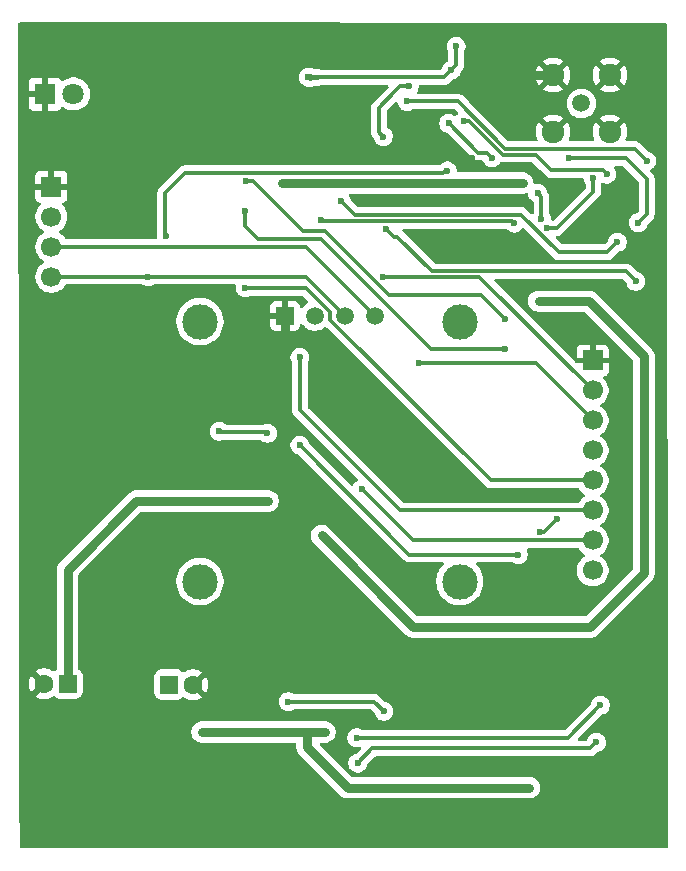
<source format=gbr>
%TF.GenerationSoftware,KiCad,Pcbnew,9.0.3*%
%TF.CreationDate,2025-07-13T04:30:12+05:30*%
%TF.ProjectId,Smart_Env_Monitoring_Node,536d6172-745f-4456-9e76-5f4d6f6e6974,rev?*%
%TF.SameCoordinates,Original*%
%TF.FileFunction,Copper,L2,Bot*%
%TF.FilePolarity,Positive*%
%FSLAX46Y46*%
G04 Gerber Fmt 4.6, Leading zero omitted, Abs format (unit mm)*
G04 Created by KiCad (PCBNEW 9.0.3) date 2025-07-13 04:30:12*
%MOMM*%
%LPD*%
G01*
G04 APERTURE LIST*
G04 Aperture macros list*
%AMRoundRect*
0 Rectangle with rounded corners*
0 $1 Rounding radius*
0 $2 $3 $4 $5 $6 $7 $8 $9 X,Y pos of 4 corners*
0 Add a 4 corners polygon primitive as box body*
4,1,4,$2,$3,$4,$5,$6,$7,$8,$9,$2,$3,0*
0 Add four circle primitives for the rounded corners*
1,1,$1+$1,$2,$3*
1,1,$1+$1,$4,$5*
1,1,$1+$1,$6,$7*
1,1,$1+$1,$8,$9*
0 Add four rect primitives between the rounded corners*
20,1,$1+$1,$2,$3,$4,$5,0*
20,1,$1+$1,$4,$5,$6,$7,0*
20,1,$1+$1,$6,$7,$8,$9,0*
20,1,$1+$1,$8,$9,$2,$3,0*%
G04 Aperture macros list end*
%TA.AperFunction,ComponentPad*%
%ADD10R,1.700000X1.700000*%
%TD*%
%TA.AperFunction,ComponentPad*%
%ADD11C,1.700000*%
%TD*%
%TA.AperFunction,ComponentPad*%
%ADD12R,1.800000X1.800000*%
%TD*%
%TA.AperFunction,ComponentPad*%
%ADD13C,1.800000*%
%TD*%
%TA.AperFunction,ComponentPad*%
%ADD14C,1.508000*%
%TD*%
%TA.AperFunction,ComponentPad*%
%ADD15C,1.920000*%
%TD*%
%TA.AperFunction,ComponentPad*%
%ADD16R,1.508000X1.508000*%
%TD*%
%TA.AperFunction,ComponentPad*%
%ADD17C,3.000000*%
%TD*%
%TA.AperFunction,ComponentPad*%
%ADD18RoundRect,0.250000X0.550000X0.550000X-0.550000X0.550000X-0.550000X-0.550000X0.550000X-0.550000X0*%
%TD*%
%TA.AperFunction,ComponentPad*%
%ADD19C,1.600000*%
%TD*%
%TA.AperFunction,HeatsinkPad*%
%ADD20C,0.640000*%
%TD*%
%TA.AperFunction,ComponentPad*%
%ADD21RoundRect,0.250000X-0.550000X-0.550000X0.550000X-0.550000X0.550000X0.550000X-0.550000X0.550000X0*%
%TD*%
%TA.AperFunction,ViaPad*%
%ADD22C,0.600000*%
%TD*%
%TA.AperFunction,Conductor*%
%ADD23C,0.800000*%
%TD*%
%TA.AperFunction,Conductor*%
%ADD24C,0.300000*%
%TD*%
G04 APERTURE END LIST*
D10*
%TO.P,J2,1,Pin_1*%
%TO.N,/GND*%
X159020000Y-105550000D03*
D11*
%TO.P,J2,2,Pin_2*%
%TO.N,/IO2*%
X159020000Y-108090000D03*
%TO.P,J2,3,Pin_3*%
%TO.N,/IO4*%
X159020000Y-110630000D03*
%TO.P,J2,4,Pin_4*%
%TO.N,/IO5*%
X159020000Y-113170000D03*
%TO.P,J2,5,Pin_5*%
%TO.N,/IO12*%
X159020000Y-115710000D03*
%TO.P,J2,6,Pin_6*%
%TO.N,/IO13*%
X159020000Y-118250000D03*
%TO.P,J2,7,Pin_7*%
%TO.N,/IO15*%
X159020000Y-120790000D03*
%TO.P,J2,8,Pin_8*%
%TO.N,/IO16*%
X159020000Y-123330000D03*
%TD*%
D12*
%TO.P,D1,1,K*%
%TO.N,/GND*%
X112650000Y-83000000D03*
D13*
%TO.P,D1,2,A*%
%TO.N,Net-(D1-A)*%
X115050000Y-82980000D03*
%TD*%
D10*
%TO.P,J3,1,Pin_1*%
%TO.N,/GND*%
X113185000Y-90840000D03*
D11*
%TO.P,J3,2,Pin_2*%
%TO.N,/3.3V*%
X113185000Y-93380000D03*
%TO.P,J3,3,Pin_3*%
%TO.N,/SDA*%
X113185000Y-95920000D03*
%TO.P,J3,4,Pin_4*%
%TO.N,/SCL*%
X113185000Y-98460000D03*
%TD*%
D14*
%TO.P,J4,1*%
%TO.N,/RFO*%
X158070000Y-83790000D03*
D15*
%TO.P,J4,G1*%
%TO.N,/GND*%
X155670000Y-81390000D03*
%TO.P,J4,G2*%
X155670000Y-86190000D03*
%TO.P,J4,G3*%
X160470000Y-86190000D03*
%TO.P,J4,G4*%
X160470000Y-81390000D03*
%TD*%
D16*
%TO.P,U5,1,GND*%
%TO.N,/GND*%
X132960000Y-101770000D03*
D14*
%TO.P,U5,2,VCC_IN*%
%TO.N,/3.3V*%
X135500000Y-101770000D03*
%TO.P,U5,3,SCL*%
%TO.N,/SCL*%
X138040000Y-101770000D03*
%TO.P,U5,4,SDA*%
%TO.N,/SDA*%
X140580000Y-101770000D03*
D17*
%TO.P,U5,S1*%
%TO.N,N/C*%
X125770000Y-102270000D03*
%TO.P,U5,S2*%
X147770000Y-102270000D03*
%TO.P,U5,S3*%
X147770000Y-124270000D03*
%TO.P,U5,S4*%
X125770000Y-124270000D03*
%TD*%
D18*
%TO.P,C1,1*%
%TO.N,/3.3V*%
X114570000Y-132920000D03*
D19*
%TO.P,C1,2*%
%TO.N,/GND*%
X112570000Y-132920000D03*
%TD*%
D20*
%TO.P,U1,39,GND*%
%TO.N,/GND*%
X134385000Y-84502500D03*
X134385000Y-86027500D03*
X135147500Y-83740000D03*
X135147500Y-85265000D03*
X135147500Y-86790000D03*
X135910000Y-84502500D03*
X135910000Y-86027500D03*
X136672500Y-83740000D03*
X136672500Y-85265000D03*
X136672500Y-86790000D03*
X137435000Y-84502500D03*
X137435000Y-86027500D03*
%TD*%
D21*
%TO.P,C2,1*%
%TO.N,/VIN*%
X123180000Y-133000000D03*
D19*
%TO.P,C2,2*%
%TO.N,/GND*%
X125180000Y-133000000D03*
%TD*%
D22*
%TO.N,/3.3V*%
X132690000Y-90530000D03*
X131550000Y-117460000D03*
X154440000Y-100530000D03*
X134940000Y-81560000D03*
X136070000Y-120370000D03*
X147050000Y-80970000D03*
X153090000Y-90530000D03*
X147450000Y-78960000D03*
%TO.N,/GND*%
X148890000Y-81690000D03*
X153650000Y-81230000D03*
X121420000Y-80940000D03*
X148800000Y-88410000D03*
X152134426Y-92086500D03*
X154320000Y-96450000D03*
X127391200Y-134443400D03*
%TO.N,/VIN*%
X136370000Y-137010000D03*
X153660000Y-141710000D03*
X125930000Y-137010000D03*
%TO.N,Net-(U3-XTB)*%
X154350000Y-91380000D03*
X154680000Y-93570000D03*
%TO.N,/D-*%
X159334400Y-137882300D03*
X139130000Y-139640000D03*
%TO.N,/D+*%
X139049200Y-137493800D03*
X159656500Y-134740200D03*
%TO.N,/IO12*%
X129620000Y-99404300D03*
%TO.N,/IO4*%
X144333500Y-105795200D03*
%TO.N,/IO13*%
X134230000Y-105290000D03*
%TO.N,/IO2*%
X141280400Y-98494900D03*
%TO.N,/IO15*%
X139450000Y-116450000D03*
%TO.N,/SCL*%
X121394400Y-98460000D03*
%TO.N,Net-(Q1-C)*%
X141342100Y-135256300D03*
X133247200Y-134443400D03*
%TO.N,/RXD*%
X162670000Y-98850000D03*
X143490000Y-82330000D03*
X141290000Y-86590000D03*
X141530000Y-94400000D03*
%TO.N,/MISO*%
X146833700Y-85473500D03*
X162880000Y-93880000D03*
X150490000Y-88380000D03*
X157000000Y-88410000D03*
%TO.N,/BUSY*%
X151560000Y-102000000D03*
X129690000Y-90333500D03*
%TO.N,/RESET*%
X151570000Y-104610000D03*
X129560000Y-92880000D03*
%TO.N,/TXD*%
X143287900Y-83621800D03*
X163609000Y-88659000D03*
%TO.N,/SCK*%
X160230000Y-89770000D03*
X148127600Y-85283800D03*
%TO.N,/DIO1*%
X161110000Y-95540000D03*
X137735000Y-92075000D03*
%TO.N,/NSS*%
X136040000Y-93650000D03*
X152360000Y-93920000D03*
X155140000Y-94360000D03*
X159060000Y-90130000D03*
%TO.N,/IO5*%
X154560000Y-120110000D03*
X146710000Y-89500000D03*
X131480000Y-111710000D03*
X122920000Y-94990000D03*
X152720000Y-121980000D03*
X156000000Y-118970000D03*
X127390000Y-111550000D03*
X134230000Y-112720000D03*
%TD*%
D23*
%TO.N,/3.3V*%
X158700000Y-100530000D02*
X163360000Y-105190000D01*
D24*
X146430000Y-81590000D02*
X134970000Y-81590000D01*
D23*
X143810000Y-128110000D02*
X136070000Y-120370000D01*
D24*
X147450000Y-80570000D02*
X147450000Y-78960000D01*
X146430000Y-81590000D02*
X147050000Y-80970000D01*
D23*
X114570000Y-123280000D02*
X114570000Y-132920000D01*
X163360000Y-105190000D02*
X163360000Y-123580000D01*
X158830000Y-128110000D02*
X143810000Y-128110000D01*
D24*
X147450000Y-78960000D02*
X147450000Y-78950000D01*
D23*
X163360000Y-123580000D02*
X158830000Y-128110000D01*
D24*
X147050000Y-80970000D02*
X147450000Y-80570000D01*
D23*
X131550000Y-117460000D02*
X120390000Y-117460000D01*
X154440000Y-100530000D02*
X158700000Y-100530000D01*
X153090000Y-90530000D02*
X132690000Y-90530000D01*
X120390000Y-117460000D02*
X114570000Y-123280000D01*
D24*
X134970000Y-81590000D02*
X134940000Y-81560000D01*
D23*
%TO.N,/GND*%
X132960000Y-128874600D02*
X132960000Y-101770000D01*
X153810000Y-81390000D02*
X153650000Y-81230000D01*
X127391200Y-134443400D02*
X132960000Y-128874600D01*
X155670000Y-81390000D02*
X153810000Y-81390000D01*
%TO.N,/VIN*%
X153660000Y-141710000D02*
X138260000Y-141710000D01*
X134830000Y-138280000D02*
X134830000Y-137010000D01*
X125930000Y-137010000D02*
X133560000Y-137010000D01*
X133560000Y-137010000D02*
X134830000Y-137010000D01*
X138260000Y-141710000D02*
X134830000Y-138280000D01*
X134830000Y-137010000D02*
X136370000Y-137010000D01*
D24*
%TO.N,Net-(U3-XTB)*%
X154680000Y-93570000D02*
X154680000Y-91710000D01*
X154680000Y-91710000D02*
X154350000Y-91380000D01*
%TO.N,/D-*%
X140371000Y-138399000D02*
X158817700Y-138399000D01*
X139130000Y-139640000D02*
X140371000Y-138399000D01*
X158817700Y-138399000D02*
X159334400Y-137882300D01*
%TO.N,/D+*%
X156902900Y-137493800D02*
X139049200Y-137493800D01*
X159656500Y-134740200D02*
X156902900Y-137493800D01*
%TO.N,/IO12*%
X129620000Y-99404300D02*
X134709800Y-99404300D01*
X136770100Y-101464600D02*
X136770100Y-102112700D01*
X134709800Y-99404300D02*
X136770100Y-101464600D01*
X150367400Y-115710000D02*
X159020000Y-115710000D01*
X136770100Y-102112700D02*
X150367400Y-115710000D01*
%TO.N,/IO4*%
X144333500Y-105795200D02*
X154185200Y-105795200D01*
X154185200Y-105795200D02*
X159020000Y-110630000D01*
%TO.N,/IO13*%
X134230000Y-105290000D02*
X134230000Y-109770000D01*
X134230000Y-109770000D02*
X142710000Y-118250000D01*
X142710000Y-118250000D02*
X159020000Y-118250000D01*
%TO.N,/IO2*%
X159020000Y-108090000D02*
X149424900Y-98494900D01*
X149424900Y-98494900D02*
X141280400Y-98494900D01*
%TO.N,/IO15*%
X145292100Y-120790000D02*
X143790000Y-120790000D01*
X143790000Y-120790000D02*
X139450000Y-116450000D01*
X145292100Y-120790000D02*
X159020000Y-120790000D01*
%TO.N,/SCL*%
X121394400Y-98460000D02*
X134730000Y-98460000D01*
X134730000Y-98460000D02*
X138040000Y-101770000D01*
X113185000Y-98460000D02*
X121394400Y-98460000D01*
%TO.N,/SDA*%
X134730000Y-95920000D02*
X140580000Y-101770000D01*
X113185000Y-95920000D02*
X134730000Y-95920000D01*
%TO.N,Net-(Q1-C)*%
X140529200Y-134443400D02*
X141342100Y-135256300D01*
X133247200Y-134443400D02*
X140529200Y-134443400D01*
%TO.N,/RXD*%
X141290000Y-86590000D02*
X140910000Y-86210000D01*
X142740000Y-82330000D02*
X143490000Y-82330000D01*
X140910000Y-86210000D02*
X140910000Y-84160000D01*
X142460000Y-95060000D02*
X145393900Y-97993900D01*
X142230000Y-82840000D02*
X142740000Y-82330000D01*
X145393900Y-97993900D02*
X161813900Y-97993900D01*
X140910000Y-84160000D02*
X142230000Y-82840000D01*
X161813900Y-97993900D02*
X162670000Y-98850000D01*
X141530000Y-94400000D02*
X142190000Y-95060000D01*
X142190000Y-95060000D02*
X142460000Y-95060000D01*
%TO.N,/MISO*%
X163609000Y-90169000D02*
X163609000Y-92960000D01*
X146833700Y-85473500D02*
X149310200Y-87950000D01*
X163609000Y-92960000D02*
X163609000Y-93151000D01*
X157000000Y-88410000D02*
X161380000Y-88410000D01*
X150060000Y-87950000D02*
X150490000Y-88380000D01*
X161380000Y-88410000D02*
X161850000Y-88410000D01*
X162860000Y-89420000D02*
X163609000Y-90169000D01*
X163609000Y-93151000D02*
X162880000Y-93880000D01*
X149310200Y-87950000D02*
X150060000Y-87950000D01*
X161850000Y-88410000D02*
X162860000Y-89420000D01*
%TO.N,/BUSY*%
X134520000Y-94620000D02*
X136320000Y-94620000D01*
X141740000Y-100040000D02*
X149600000Y-100040000D01*
X130233500Y-90333500D02*
X134520000Y-94620000D01*
X130233500Y-90333500D02*
X129690000Y-90333500D01*
X129593500Y-90333500D02*
X129570000Y-90310000D01*
X136320000Y-94620000D02*
X141740000Y-100040000D01*
X129690000Y-90333500D02*
X129593500Y-90333500D01*
X149600000Y-100040000D02*
X151560000Y-102000000D01*
%TO.N,/RESET*%
X145350000Y-104580000D02*
X151410000Y-104580000D01*
X136050000Y-95280000D02*
X136080000Y-95310000D01*
X129560000Y-94160000D02*
X129560000Y-92880000D01*
X130680000Y-95280000D02*
X136050000Y-95280000D01*
X130680000Y-95280000D02*
X129560000Y-94160000D01*
X136080000Y-95310000D02*
X140120000Y-99350000D01*
X140120000Y-99350000D02*
X145350000Y-104580000D01*
%TO.N,/TXD*%
X147585200Y-83621800D02*
X143287900Y-83621800D01*
X162579000Y-87629000D02*
X163609000Y-88659000D01*
X163609000Y-88659000D02*
X163609000Y-88720000D01*
X162579000Y-87629000D02*
X151592400Y-87629000D01*
X151592400Y-87629000D02*
X147585200Y-83621800D01*
%TO.N,/SCK*%
X151384880Y-88130000D02*
X154210000Y-88130000D01*
X155530000Y-89450000D02*
X159680000Y-89450000D01*
X148127600Y-85283800D02*
X148538680Y-85283800D01*
X159680000Y-89450000D02*
X159910000Y-89450000D01*
X154210000Y-88130000D02*
X155100000Y-89020000D01*
X148538680Y-85283800D02*
X151384880Y-88130000D01*
X155100000Y-89020000D02*
X155530000Y-89450000D01*
X159910000Y-89450000D02*
X160230000Y-89770000D01*
%TO.N,/DIO1*%
X152982400Y-93222400D02*
X156140000Y-96380000D01*
X152982400Y-93222400D02*
X138882400Y-93222400D01*
X160270000Y-96380000D02*
X161110000Y-95540000D01*
X137735000Y-92075000D02*
X137670000Y-92010000D01*
X156140000Y-96380000D02*
X160270000Y-96380000D01*
X138882400Y-93222400D02*
X137735000Y-92075000D01*
%TO.N,/NSS*%
X136139000Y-93749000D02*
X136040000Y-93650000D01*
X159060000Y-91260000D02*
X159060000Y-90130000D01*
X152189000Y-93749000D02*
X136139000Y-93749000D01*
X152360000Y-93920000D02*
X152189000Y-93749000D01*
X155960000Y-94360000D02*
X159060000Y-91260000D01*
X155140000Y-94360000D02*
X155960000Y-94360000D01*
%TO.N,/IO5*%
X122800000Y-94870000D02*
X122920000Y-94990000D01*
X154860000Y-120110000D02*
X156000000Y-118970000D01*
X127470000Y-111630000D02*
X131400000Y-111630000D01*
X146495000Y-89500000D02*
X146312500Y-89682500D01*
X122800000Y-91350000D02*
X122800000Y-94870000D01*
X127390000Y-111550000D02*
X127470000Y-111630000D01*
X122840000Y-91350000D02*
X122800000Y-91350000D01*
X146312500Y-89682500D02*
X124507500Y-89682500D01*
X131400000Y-111630000D02*
X131480000Y-111710000D01*
X152720000Y-121980000D02*
X143490000Y-121980000D01*
X146710000Y-89500000D02*
X146495000Y-89500000D01*
X143490000Y-121980000D02*
X134230000Y-112720000D01*
X154560000Y-120110000D02*
X154860000Y-120110000D01*
X124507500Y-89682500D02*
X122840000Y-91350000D01*
%TD*%
%TA.AperFunction,Conductor*%
%TO.N,/GND*%
G36*
X153438343Y-91377268D02*
G01*
X153452823Y-91375712D01*
X153471664Y-91385142D01*
X153492168Y-91389988D01*
X153502279Y-91400467D01*
X153515303Y-91406986D01*
X153526055Y-91425107D01*
X153540683Y-91440267D01*
X153548944Y-91463683D01*
X153550956Y-91467074D01*
X153552425Y-91473550D01*
X153580261Y-91613491D01*
X153580264Y-91613501D01*
X153640602Y-91759172D01*
X153640609Y-91759185D01*
X153728210Y-91890288D01*
X153728213Y-91890292D01*
X153839707Y-92001786D01*
X153839715Y-92001792D01*
X153974390Y-92091779D01*
X154019196Y-92145391D01*
X154029500Y-92194881D01*
X154029500Y-93050191D01*
X154009815Y-93117230D01*
X153957011Y-93162985D01*
X153887853Y-93172929D01*
X153824297Y-93143904D01*
X153817819Y-93137872D01*
X153397073Y-92717126D01*
X153397069Y-92717123D01*
X153290527Y-92645935D01*
X153172144Y-92596899D01*
X153172138Y-92596897D01*
X153046471Y-92571900D01*
X153046469Y-92571900D01*
X139203208Y-92571900D01*
X139136169Y-92552215D01*
X139115527Y-92535581D01*
X138552015Y-91972069D01*
X138518530Y-91910746D01*
X138518093Y-91908652D01*
X138504737Y-91841503D01*
X138470635Y-91759172D01*
X138444397Y-91695827D01*
X138444390Y-91695814D01*
X138395998Y-91623391D01*
X138375120Y-91556714D01*
X138393604Y-91489334D01*
X138445583Y-91442643D01*
X138499100Y-91430500D01*
X153178693Y-91430500D01*
X153178694Y-91430499D01*
X153236682Y-91418964D01*
X153352658Y-91395896D01*
X153352661Y-91395894D01*
X153352666Y-91395894D01*
X153383356Y-91383181D01*
X153404302Y-91380929D01*
X153424171Y-91373920D01*
X153438343Y-91377268D01*
G37*
%TD.AperFunction*%
%TA.AperFunction,Conductor*%
G36*
X165156337Y-76950276D02*
G01*
X165223368Y-76969985D01*
X165269104Y-77022805D01*
X165280291Y-77074119D01*
X165368706Y-146745006D01*
X165349106Y-146812070D01*
X165296361Y-146857892D01*
X165244639Y-146869163D01*
X110613361Y-146839834D01*
X110546333Y-146820113D01*
X110500606Y-146767285D01*
X110489428Y-146716047D01*
X110482376Y-142610499D01*
X110472604Y-136921304D01*
X125029500Y-136921304D01*
X125029500Y-137098695D01*
X125064103Y-137272658D01*
X125064106Y-137272667D01*
X125131983Y-137436540D01*
X125131990Y-137436553D01*
X125230535Y-137584034D01*
X125230538Y-137584038D01*
X125355961Y-137709461D01*
X125355965Y-137709464D01*
X125503446Y-137808009D01*
X125503459Y-137808016D01*
X125626363Y-137858923D01*
X125667334Y-137875894D01*
X125667336Y-137875894D01*
X125667341Y-137875896D01*
X125841304Y-137910499D01*
X125841307Y-137910500D01*
X125841309Y-137910500D01*
X133471309Y-137910500D01*
X133805500Y-137910500D01*
X133872539Y-137930185D01*
X133918294Y-137982989D01*
X133929500Y-138034500D01*
X133929500Y-138368696D01*
X133964103Y-138542658D01*
X133964105Y-138542666D01*
X133995526Y-138618524D01*
X133995529Y-138618529D01*
X133998046Y-138624606D01*
X134031987Y-138706547D01*
X134091063Y-138794959D01*
X134094169Y-138799607D01*
X134094172Y-138799613D01*
X134130534Y-138854034D01*
X134130535Y-138854035D01*
X134130536Y-138854036D01*
X137560536Y-142284035D01*
X137685965Y-142409464D01*
X137833453Y-142508013D01*
X137881452Y-142527895D01*
X137997334Y-142575895D01*
X138171304Y-142610499D01*
X138171308Y-142610500D01*
X138171309Y-142610500D01*
X153748693Y-142610500D01*
X153748694Y-142610499D01*
X153806682Y-142598964D01*
X153922658Y-142575896D01*
X153922661Y-142575894D01*
X153922666Y-142575894D01*
X154086547Y-142508013D01*
X154234035Y-142409464D01*
X154359464Y-142284035D01*
X154458013Y-142136547D01*
X154525894Y-141972666D01*
X154560500Y-141798691D01*
X154560500Y-141621309D01*
X154560500Y-141621306D01*
X154560499Y-141621304D01*
X154525896Y-141447341D01*
X154525893Y-141447332D01*
X154458016Y-141283459D01*
X154458009Y-141283446D01*
X154359464Y-141135965D01*
X154359461Y-141135961D01*
X154234038Y-141010538D01*
X154234034Y-141010535D01*
X154086553Y-140911990D01*
X154086540Y-140911983D01*
X153922667Y-140844106D01*
X153922658Y-140844103D01*
X153748694Y-140809500D01*
X153748691Y-140809500D01*
X138684361Y-140809500D01*
X138617322Y-140789815D01*
X138596680Y-140773181D01*
X135945681Y-138122181D01*
X135912196Y-138060858D01*
X135917180Y-137991166D01*
X135959052Y-137935233D01*
X136024516Y-137910816D01*
X136033362Y-137910500D01*
X136458693Y-137910500D01*
X136458694Y-137910499D01*
X136516682Y-137898964D01*
X136632658Y-137875896D01*
X136632661Y-137875894D01*
X136632666Y-137875894D01*
X136796547Y-137808013D01*
X136944035Y-137709464D01*
X137069464Y-137584035D01*
X137168013Y-137436547D01*
X137176955Y-137414958D01*
X137176957Y-137414953D01*
X138248700Y-137414953D01*
X138248700Y-137572646D01*
X138279461Y-137727289D01*
X138279464Y-137727301D01*
X138339802Y-137872972D01*
X138339809Y-137872985D01*
X138427410Y-138004088D01*
X138427413Y-138004092D01*
X138538907Y-138115586D01*
X138538911Y-138115589D01*
X138670014Y-138203190D01*
X138670027Y-138203197D01*
X138810749Y-138261485D01*
X138815703Y-138263537D01*
X138970353Y-138294299D01*
X138970356Y-138294300D01*
X138970358Y-138294300D01*
X139128043Y-138294300D01*
X139158491Y-138288243D01*
X139261038Y-138267845D01*
X139330627Y-138274072D01*
X139385805Y-138316934D01*
X139409050Y-138382824D01*
X139392983Y-138450821D01*
X139372909Y-138477143D01*
X139027068Y-138822984D01*
X138965745Y-138856469D01*
X138963579Y-138856920D01*
X138896508Y-138870261D01*
X138896498Y-138870264D01*
X138750827Y-138930602D01*
X138750814Y-138930609D01*
X138619711Y-139018210D01*
X138619707Y-139018213D01*
X138508213Y-139129707D01*
X138508210Y-139129711D01*
X138420609Y-139260814D01*
X138420602Y-139260827D01*
X138360264Y-139406498D01*
X138360261Y-139406510D01*
X138329500Y-139561153D01*
X138329500Y-139718846D01*
X138360261Y-139873489D01*
X138360264Y-139873501D01*
X138420602Y-140019172D01*
X138420609Y-140019185D01*
X138508210Y-140150288D01*
X138508213Y-140150292D01*
X138619707Y-140261786D01*
X138619711Y-140261789D01*
X138750814Y-140349390D01*
X138750827Y-140349397D01*
X138896498Y-140409735D01*
X138896503Y-140409737D01*
X139051153Y-140440499D01*
X139051156Y-140440500D01*
X139051158Y-140440500D01*
X139208844Y-140440500D01*
X139208845Y-140440499D01*
X139363497Y-140409737D01*
X139509179Y-140349394D01*
X139640289Y-140261789D01*
X139751789Y-140150289D01*
X139839394Y-140019179D01*
X139899737Y-139873497D01*
X139913079Y-139806416D01*
X139945463Y-139744509D01*
X139946957Y-139742987D01*
X140604127Y-139085819D01*
X140665450Y-139052334D01*
X140691808Y-139049500D01*
X158881771Y-139049500D01*
X158966315Y-139032682D01*
X159007444Y-139024501D01*
X159125827Y-138975465D01*
X159232369Y-138904277D01*
X159437330Y-138699313D01*
X159498651Y-138665830D01*
X159500730Y-138665396D01*
X159567897Y-138652037D01*
X159713579Y-138591694D01*
X159844689Y-138504089D01*
X159956189Y-138392589D01*
X160043794Y-138261479D01*
X160104137Y-138115797D01*
X160134900Y-137961142D01*
X160134900Y-137803458D01*
X160134900Y-137803455D01*
X160134899Y-137803453D01*
X160119751Y-137727301D01*
X160104137Y-137648803D01*
X160077311Y-137584038D01*
X160043797Y-137503127D01*
X160043790Y-137503114D01*
X159956189Y-137372011D01*
X159956186Y-137372007D01*
X159844692Y-137260513D01*
X159844688Y-137260510D01*
X159713585Y-137172909D01*
X159713572Y-137172902D01*
X159567901Y-137112564D01*
X159567889Y-137112561D01*
X159413245Y-137081800D01*
X159413242Y-137081800D01*
X159255558Y-137081800D01*
X159255555Y-137081800D01*
X159100910Y-137112561D01*
X159100898Y-137112564D01*
X158955227Y-137172902D01*
X158955214Y-137172909D01*
X158824111Y-137260510D01*
X158824107Y-137260513D01*
X158712613Y-137372007D01*
X158712610Y-137372011D01*
X158625009Y-137503114D01*
X158625002Y-137503127D01*
X158564663Y-137648801D01*
X158562893Y-137654638D01*
X158561754Y-137654292D01*
X158532303Y-137710599D01*
X158471589Y-137745175D01*
X158443068Y-137748500D01*
X157867508Y-137748500D01*
X157800469Y-137728815D01*
X157754714Y-137676011D01*
X157744770Y-137606853D01*
X157773795Y-137543297D01*
X157779827Y-137536819D01*
X158234846Y-137081800D01*
X159759431Y-135557213D01*
X159820752Y-135523730D01*
X159822817Y-135523299D01*
X159889997Y-135509937D01*
X160035679Y-135449594D01*
X160166789Y-135361989D01*
X160278289Y-135250489D01*
X160365894Y-135119379D01*
X160367792Y-135114798D01*
X160426235Y-134973701D01*
X160426237Y-134973697D01*
X160457000Y-134819042D01*
X160457000Y-134661358D01*
X160457000Y-134661355D01*
X160456999Y-134661353D01*
X160451660Y-134634511D01*
X160426237Y-134506703D01*
X160398954Y-134440835D01*
X160365897Y-134361027D01*
X160365890Y-134361014D01*
X160278289Y-134229911D01*
X160278286Y-134229907D01*
X160166792Y-134118413D01*
X160166788Y-134118410D01*
X160035685Y-134030809D01*
X160035672Y-134030802D01*
X159890001Y-133970464D01*
X159889989Y-133970461D01*
X159735345Y-133939700D01*
X159735342Y-133939700D01*
X159577658Y-133939700D01*
X159577655Y-133939700D01*
X159423010Y-133970461D01*
X159422998Y-133970464D01*
X159277327Y-134030802D01*
X159277314Y-134030809D01*
X159146211Y-134118410D01*
X159146207Y-134118413D01*
X159034713Y-134229907D01*
X159034710Y-134229911D01*
X158947109Y-134361014D01*
X158947102Y-134361027D01*
X158886764Y-134506698D01*
X158886761Y-134506708D01*
X158873420Y-134573779D01*
X158841035Y-134635690D01*
X158839484Y-134637268D01*
X156669773Y-136806981D01*
X156608450Y-136840466D01*
X156582092Y-136843300D01*
X139554135Y-136843300D01*
X139487096Y-136823615D01*
X139485290Y-136822433D01*
X139428379Y-136784406D01*
X139428372Y-136784402D01*
X139282701Y-136724064D01*
X139282689Y-136724061D01*
X139128045Y-136693300D01*
X139128042Y-136693300D01*
X138970358Y-136693300D01*
X138970355Y-136693300D01*
X138815710Y-136724061D01*
X138815698Y-136724064D01*
X138670027Y-136784402D01*
X138670014Y-136784409D01*
X138538911Y-136872010D01*
X138538907Y-136872013D01*
X138427413Y-136983507D01*
X138427410Y-136983511D01*
X138339809Y-137114614D01*
X138339802Y-137114627D01*
X138279464Y-137260298D01*
X138279461Y-137260310D01*
X138248700Y-137414953D01*
X137176957Y-137414953D01*
X137199134Y-137361414D01*
X137209445Y-137336519D01*
X137235894Y-137272666D01*
X137238312Y-137260513D01*
X137270499Y-137098695D01*
X137270500Y-137098693D01*
X137270500Y-136921306D01*
X137270499Y-136921304D01*
X137235896Y-136747341D01*
X137235893Y-136747332D01*
X137168016Y-136583459D01*
X137168009Y-136583446D01*
X137069464Y-136435965D01*
X137069461Y-136435961D01*
X136944038Y-136310538D01*
X136944034Y-136310535D01*
X136796553Y-136211990D01*
X136796540Y-136211983D01*
X136632667Y-136144106D01*
X136632658Y-136144103D01*
X136458694Y-136109500D01*
X136458691Y-136109500D01*
X134918691Y-136109500D01*
X133648691Y-136109500D01*
X125841309Y-136109500D01*
X125841306Y-136109500D01*
X125667341Y-136144103D01*
X125667332Y-136144106D01*
X125503459Y-136211983D01*
X125503446Y-136211990D01*
X125355965Y-136310535D01*
X125355961Y-136310538D01*
X125230538Y-136435961D01*
X125230535Y-136435965D01*
X125131990Y-136583446D01*
X125131983Y-136583459D01*
X125064106Y-136747332D01*
X125064103Y-136747341D01*
X125029500Y-136921304D01*
X110472604Y-136921304D01*
X110468212Y-134364553D01*
X132446700Y-134364553D01*
X132446700Y-134522246D01*
X132477461Y-134676889D01*
X132477464Y-134676901D01*
X132537802Y-134822572D01*
X132537809Y-134822585D01*
X132625410Y-134953688D01*
X132625413Y-134953692D01*
X132736907Y-135065186D01*
X132736911Y-135065189D01*
X132868014Y-135152790D01*
X132868027Y-135152797D01*
X133013698Y-135213135D01*
X133013703Y-135213137D01*
X133168353Y-135243899D01*
X133168356Y-135243900D01*
X133168358Y-135243900D01*
X133326044Y-135243900D01*
X133326045Y-135243899D01*
X133480697Y-135213137D01*
X133626379Y-135152794D01*
X133683244Y-135114797D01*
X133749921Y-135093920D01*
X133752135Y-135093900D01*
X140208392Y-135093900D01*
X140275431Y-135113585D01*
X140296073Y-135130219D01*
X140525084Y-135359229D01*
X140558569Y-135420552D01*
X140559020Y-135422719D01*
X140572361Y-135489789D01*
X140572364Y-135489801D01*
X140632702Y-135635472D01*
X140632709Y-135635485D01*
X140720310Y-135766588D01*
X140720313Y-135766592D01*
X140831807Y-135878086D01*
X140831811Y-135878089D01*
X140962914Y-135965690D01*
X140962927Y-135965697D01*
X141108598Y-136026035D01*
X141108603Y-136026037D01*
X141263253Y-136056799D01*
X141263256Y-136056800D01*
X141263258Y-136056800D01*
X141420944Y-136056800D01*
X141420945Y-136056799D01*
X141575597Y-136026037D01*
X141721279Y-135965694D01*
X141852389Y-135878089D01*
X141963889Y-135766589D01*
X142051494Y-135635479D01*
X142111837Y-135489797D01*
X142142600Y-135335142D01*
X142142600Y-135177458D01*
X142142600Y-135177455D01*
X142142599Y-135177453D01*
X142137693Y-135152790D01*
X142111837Y-135022803D01*
X142111835Y-135022798D01*
X142051497Y-134877127D01*
X142051490Y-134877114D01*
X141963889Y-134746011D01*
X141963886Y-134746007D01*
X141852392Y-134634513D01*
X141852388Y-134634510D01*
X141721285Y-134546909D01*
X141721272Y-134546902D01*
X141575601Y-134486564D01*
X141575589Y-134486561D01*
X141508519Y-134473220D01*
X141446608Y-134440835D01*
X141445029Y-134439284D01*
X140943874Y-133938127D01*
X140943873Y-133938126D01*
X140943869Y-133938123D01*
X140837327Y-133866935D01*
X140718944Y-133817899D01*
X140718938Y-133817897D01*
X140593271Y-133792900D01*
X140593269Y-133792900D01*
X133752135Y-133792900D01*
X133685096Y-133773215D01*
X133683290Y-133772033D01*
X133626379Y-133734006D01*
X133626372Y-133734002D01*
X133480701Y-133673664D01*
X133480689Y-133673661D01*
X133326045Y-133642900D01*
X133326042Y-133642900D01*
X133168358Y-133642900D01*
X133168355Y-133642900D01*
X133013710Y-133673661D01*
X133013698Y-133673664D01*
X132868027Y-133734002D01*
X132868014Y-133734009D01*
X132736911Y-133821610D01*
X132736907Y-133821613D01*
X132625413Y-133933107D01*
X132625410Y-133933111D01*
X132537809Y-134064214D01*
X132537802Y-134064227D01*
X132477464Y-134209898D01*
X132477461Y-134209910D01*
X132446700Y-134364553D01*
X110468212Y-134364553D01*
X110465555Y-132817682D01*
X111270000Y-132817682D01*
X111270000Y-133022317D01*
X111302009Y-133224417D01*
X111365244Y-133419031D01*
X111458141Y-133601350D01*
X111458147Y-133601359D01*
X111490523Y-133645921D01*
X111490524Y-133645922D01*
X112170000Y-132966446D01*
X112170000Y-132972661D01*
X112197259Y-133074394D01*
X112249920Y-133165606D01*
X112324394Y-133240080D01*
X112415606Y-133292741D01*
X112517339Y-133320000D01*
X112523552Y-133320000D01*
X111844076Y-133999474D01*
X111888650Y-134031859D01*
X112070968Y-134124755D01*
X112265582Y-134187990D01*
X112467683Y-134220000D01*
X112672317Y-134220000D01*
X112874417Y-134187990D01*
X113069031Y-134124755D01*
X113251341Y-134031863D01*
X113251349Y-134031858D01*
X113321552Y-133980852D01*
X113387358Y-133957371D01*
X113455412Y-133973196D01*
X113482120Y-133993488D01*
X113551344Y-134062712D01*
X113700666Y-134154814D01*
X113867203Y-134209999D01*
X113969991Y-134220500D01*
X115170008Y-134220499D01*
X115272797Y-134209999D01*
X115439334Y-134154814D01*
X115588656Y-134062712D01*
X115712712Y-133938656D01*
X115804814Y-133789334D01*
X115859999Y-133622797D01*
X115870500Y-133520009D01*
X115870499Y-132399983D01*
X121879500Y-132399983D01*
X121879500Y-133600001D01*
X121879501Y-133600018D01*
X121890000Y-133702796D01*
X121890001Y-133702799D01*
X121918677Y-133789336D01*
X121945186Y-133869334D01*
X122037288Y-134018656D01*
X122161344Y-134142712D01*
X122310666Y-134234814D01*
X122477203Y-134289999D01*
X122579991Y-134300500D01*
X123780008Y-134300499D01*
X123882797Y-134289999D01*
X124049334Y-134234814D01*
X124198656Y-134142712D01*
X124267879Y-134073489D01*
X124329202Y-134040004D01*
X124398894Y-134044988D01*
X124428446Y-134060853D01*
X124498646Y-134111857D01*
X124680968Y-134204755D01*
X124875582Y-134267990D01*
X125077683Y-134300000D01*
X125282317Y-134300000D01*
X125484417Y-134267990D01*
X125568914Y-134240535D01*
X125679031Y-134204755D01*
X125861349Y-134111859D01*
X125905921Y-134079474D01*
X125226447Y-133400000D01*
X125232661Y-133400000D01*
X125334394Y-133372741D01*
X125425606Y-133320080D01*
X125500080Y-133245606D01*
X125552741Y-133154394D01*
X125580000Y-133052661D01*
X125580000Y-133046448D01*
X126259474Y-133725922D01*
X126259474Y-133725921D01*
X126291859Y-133681349D01*
X126384755Y-133499031D01*
X126447990Y-133304417D01*
X126480000Y-133102317D01*
X126480000Y-132897682D01*
X126447990Y-132695582D01*
X126384755Y-132500968D01*
X126291859Y-132318650D01*
X126259474Y-132274077D01*
X126259474Y-132274076D01*
X125580000Y-132953551D01*
X125580000Y-132947339D01*
X125552741Y-132845606D01*
X125500080Y-132754394D01*
X125425606Y-132679920D01*
X125334394Y-132627259D01*
X125232661Y-132600000D01*
X125226446Y-132600000D01*
X125905922Y-131920524D01*
X125905921Y-131920523D01*
X125861359Y-131888147D01*
X125861350Y-131888141D01*
X125679031Y-131795244D01*
X125484417Y-131732009D01*
X125282317Y-131700000D01*
X125077683Y-131700000D01*
X124875582Y-131732009D01*
X124680968Y-131795244D01*
X124498651Y-131888139D01*
X124428444Y-131939148D01*
X124362637Y-131962627D01*
X124294583Y-131946801D01*
X124267878Y-131926510D01*
X124198657Y-131857289D01*
X124198656Y-131857288D01*
X124049334Y-131765186D01*
X123882797Y-131710001D01*
X123882795Y-131710000D01*
X123780010Y-131699500D01*
X122579998Y-131699500D01*
X122579981Y-131699501D01*
X122477203Y-131710000D01*
X122477200Y-131710001D01*
X122310668Y-131765185D01*
X122310663Y-131765187D01*
X122161342Y-131857289D01*
X122037289Y-131981342D01*
X121945187Y-132130663D01*
X121945186Y-132130666D01*
X121890001Y-132297203D01*
X121890001Y-132297204D01*
X121890000Y-132297204D01*
X121879500Y-132399983D01*
X115870499Y-132399983D01*
X115870499Y-132319992D01*
X115859999Y-132217203D01*
X115804814Y-132050666D01*
X115712712Y-131901344D01*
X115588656Y-131777288D01*
X115588655Y-131777287D01*
X115529402Y-131740739D01*
X115482678Y-131688791D01*
X115470500Y-131635201D01*
X115470500Y-124138872D01*
X123769500Y-124138872D01*
X123769500Y-124401127D01*
X123796123Y-124603339D01*
X123803730Y-124661116D01*
X123808924Y-124680500D01*
X123871602Y-124914418D01*
X123871605Y-124914428D01*
X123971953Y-125156690D01*
X123971958Y-125156700D01*
X124103075Y-125383803D01*
X124262718Y-125591851D01*
X124262726Y-125591860D01*
X124448140Y-125777274D01*
X124448148Y-125777281D01*
X124656196Y-125936924D01*
X124883299Y-126068041D01*
X124883309Y-126068046D01*
X125125571Y-126168394D01*
X125125581Y-126168398D01*
X125378884Y-126236270D01*
X125638880Y-126270500D01*
X125638887Y-126270500D01*
X125901113Y-126270500D01*
X125901120Y-126270500D01*
X126161116Y-126236270D01*
X126414419Y-126168398D01*
X126656697Y-126068043D01*
X126883803Y-125936924D01*
X127091851Y-125777282D01*
X127091855Y-125777277D01*
X127091860Y-125777274D01*
X127277274Y-125591860D01*
X127277277Y-125591855D01*
X127277282Y-125591851D01*
X127436924Y-125383803D01*
X127568043Y-125156697D01*
X127668398Y-124914419D01*
X127736270Y-124661116D01*
X127770500Y-124401120D01*
X127770500Y-124138880D01*
X127736270Y-123878884D01*
X127668398Y-123625581D01*
X127668394Y-123625571D01*
X127568046Y-123383309D01*
X127568041Y-123383299D01*
X127436924Y-123156196D01*
X127277281Y-122948148D01*
X127277274Y-122948140D01*
X127091860Y-122762726D01*
X127091851Y-122762718D01*
X126883803Y-122603075D01*
X126656700Y-122471958D01*
X126656690Y-122471953D01*
X126414428Y-122371605D01*
X126414421Y-122371603D01*
X126414419Y-122371602D01*
X126161116Y-122303730D01*
X126103339Y-122296123D01*
X125901127Y-122269500D01*
X125901120Y-122269500D01*
X125638880Y-122269500D01*
X125638872Y-122269500D01*
X125408051Y-122299890D01*
X125378884Y-122303730D01*
X125171922Y-122359185D01*
X125125581Y-122371602D01*
X125125571Y-122371605D01*
X124883309Y-122471953D01*
X124883299Y-122471958D01*
X124656196Y-122603075D01*
X124448148Y-122762718D01*
X124262718Y-122948148D01*
X124103075Y-123156196D01*
X123971958Y-123383299D01*
X123971953Y-123383309D01*
X123871605Y-123625571D01*
X123871602Y-123625581D01*
X123811895Y-123848414D01*
X123803730Y-123878885D01*
X123769500Y-124138872D01*
X115470500Y-124138872D01*
X115470500Y-123704362D01*
X115490185Y-123637323D01*
X115506819Y-123616681D01*
X118842197Y-120281303D01*
X135169500Y-120281303D01*
X135169500Y-120458696D01*
X135204103Y-120632658D01*
X135204105Y-120632666D01*
X135271988Y-120796548D01*
X135370534Y-120944034D01*
X135370540Y-120944041D01*
X143235964Y-128809464D01*
X143235966Y-128809466D01*
X143270326Y-128832423D01*
X143295040Y-128848936D01*
X143383453Y-128908013D01*
X143465393Y-128941953D01*
X143471480Y-128944474D01*
X143471485Y-128944477D01*
X143507940Y-128959577D01*
X143547334Y-128975895D01*
X143721303Y-129010499D01*
X143721307Y-129010500D01*
X143721308Y-129010500D01*
X158918693Y-129010500D01*
X158918694Y-129010499D01*
X159092666Y-128975895D01*
X159174606Y-128941953D01*
X159256547Y-128908013D01*
X159344959Y-128848936D01*
X159404036Y-128809464D01*
X164059463Y-124154036D01*
X164110261Y-124078012D01*
X164158013Y-124006547D01*
X164225894Y-123842666D01*
X164260500Y-123668691D01*
X164260500Y-105101309D01*
X164260291Y-105100256D01*
X164225895Y-104927334D01*
X164173045Y-104799744D01*
X164158013Y-104763453D01*
X164075190Y-104639500D01*
X164059464Y-104615964D01*
X164059462Y-104615961D01*
X159274038Y-99830537D01*
X159194280Y-99777245D01*
X159126544Y-99731985D01*
X159126542Y-99731984D01*
X159044607Y-99698046D01*
X159044606Y-99698046D01*
X158962666Y-99664105D01*
X158962658Y-99664103D01*
X158788696Y-99629500D01*
X158788692Y-99629500D01*
X158788691Y-99629500D01*
X154351309Y-99629500D01*
X154351306Y-99629500D01*
X154177341Y-99664103D01*
X154177332Y-99664106D01*
X154013459Y-99731983D01*
X154013446Y-99731990D01*
X153865965Y-99830535D01*
X153865961Y-99830538D01*
X153740538Y-99955961D01*
X153740535Y-99955965D01*
X153641990Y-100103446D01*
X153641983Y-100103459D01*
X153574106Y-100267332D01*
X153574103Y-100267341D01*
X153539500Y-100441304D01*
X153539500Y-100618695D01*
X153574103Y-100792658D01*
X153574106Y-100792667D01*
X153641983Y-100956540D01*
X153641990Y-100956553D01*
X153740535Y-101104034D01*
X153740538Y-101104038D01*
X153865961Y-101229461D01*
X153865965Y-101229464D01*
X154013446Y-101328009D01*
X154013459Y-101328016D01*
X154136363Y-101378923D01*
X154177334Y-101395894D01*
X154177336Y-101395894D01*
X154177341Y-101395896D01*
X154351304Y-101430499D01*
X154351307Y-101430500D01*
X154351309Y-101430500D01*
X158275638Y-101430500D01*
X158342677Y-101450185D01*
X158363319Y-101466819D01*
X162423181Y-105526681D01*
X162456666Y-105588004D01*
X162459500Y-105614362D01*
X162459500Y-123155638D01*
X162439815Y-123222677D01*
X162423181Y-123243319D01*
X158493319Y-127173181D01*
X158431996Y-127206666D01*
X158405638Y-127209500D01*
X144234362Y-127209500D01*
X144167323Y-127189815D01*
X144146681Y-127173181D01*
X136644041Y-119670540D01*
X136644034Y-119670534D01*
X136496548Y-119571988D01*
X136332666Y-119504105D01*
X136332658Y-119504103D01*
X136158696Y-119469500D01*
X136158692Y-119469500D01*
X135981308Y-119469500D01*
X135981303Y-119469500D01*
X135807341Y-119504103D01*
X135807333Y-119504105D01*
X135643451Y-119571988D01*
X135495965Y-119670534D01*
X135495958Y-119670540D01*
X135370540Y-119795958D01*
X135370534Y-119795965D01*
X135271988Y-119943451D01*
X135204105Y-120107333D01*
X135204103Y-120107341D01*
X135169500Y-120281303D01*
X118842197Y-120281303D01*
X120726681Y-118396819D01*
X120788004Y-118363334D01*
X120814362Y-118360500D01*
X131638693Y-118360500D01*
X131638694Y-118360499D01*
X131696682Y-118348964D01*
X131812658Y-118325896D01*
X131812661Y-118325894D01*
X131812666Y-118325894D01*
X131976547Y-118258013D01*
X132124035Y-118159464D01*
X132249464Y-118034035D01*
X132348013Y-117886547D01*
X132415894Y-117722666D01*
X132450500Y-117548691D01*
X132450500Y-117371309D01*
X132450500Y-117371306D01*
X132450499Y-117371304D01*
X132415896Y-117197341D01*
X132415893Y-117197332D01*
X132348016Y-117033459D01*
X132348009Y-117033446D01*
X132249464Y-116885965D01*
X132249461Y-116885961D01*
X132124038Y-116760538D01*
X132124034Y-116760535D01*
X131976553Y-116661990D01*
X131976540Y-116661983D01*
X131812667Y-116594106D01*
X131812658Y-116594103D01*
X131638694Y-116559500D01*
X131638691Y-116559500D01*
X120478692Y-116559500D01*
X120301308Y-116559500D01*
X120301303Y-116559500D01*
X120127341Y-116594103D01*
X120127329Y-116594106D01*
X120045392Y-116628045D01*
X120045393Y-116628046D01*
X119963455Y-116661985D01*
X119890850Y-116710499D01*
X119815961Y-116760537D01*
X119815958Y-116760540D01*
X113870537Y-122705962D01*
X113870533Y-122705966D01*
X113866366Y-122712203D01*
X113866348Y-122712231D01*
X113865096Y-122714106D01*
X113771987Y-122853453D01*
X113760769Y-122880537D01*
X113756974Y-122889697D01*
X113756973Y-122889700D01*
X113704106Y-123017331D01*
X113704103Y-123017341D01*
X113677029Y-123153455D01*
X113669500Y-123191304D01*
X113669500Y-131635201D01*
X113668989Y-131636938D01*
X113669451Y-131638689D01*
X113659183Y-131670335D01*
X113649815Y-131702240D01*
X113648269Y-131703974D01*
X113647888Y-131705149D01*
X113643423Y-131709410D01*
X113624034Y-131731161D01*
X113617627Y-131736404D01*
X113551344Y-131777288D01*
X113477759Y-131850872D01*
X113472974Y-131854789D01*
X113446257Y-131866092D01*
X113420797Y-131879995D01*
X113414470Y-131879542D01*
X113408627Y-131882015D01*
X113380033Y-131877079D01*
X113351106Y-131875010D01*
X113343076Y-131870699D01*
X113339776Y-131870130D01*
X113336614Y-131867231D01*
X113321555Y-131859147D01*
X113251352Y-131808142D01*
X113069031Y-131715244D01*
X112874417Y-131652009D01*
X112672317Y-131620000D01*
X112467683Y-131620000D01*
X112265582Y-131652009D01*
X112070968Y-131715244D01*
X111888644Y-131808143D01*
X111844077Y-131840523D01*
X111844077Y-131840524D01*
X112523553Y-132520000D01*
X112517339Y-132520000D01*
X112415606Y-132547259D01*
X112324394Y-132599920D01*
X112249920Y-132674394D01*
X112197259Y-132765606D01*
X112170000Y-132867339D01*
X112170000Y-132873553D01*
X111490524Y-132194077D01*
X111490523Y-132194077D01*
X111458143Y-132238644D01*
X111365244Y-132420968D01*
X111302009Y-132615582D01*
X111270000Y-132817682D01*
X110465555Y-132817682D01*
X110428887Y-111471153D01*
X126589500Y-111471153D01*
X126589500Y-111628846D01*
X126620261Y-111783489D01*
X126620264Y-111783501D01*
X126680602Y-111929172D01*
X126680609Y-111929185D01*
X126768210Y-112060288D01*
X126768213Y-112060292D01*
X126879707Y-112171786D01*
X126879711Y-112171789D01*
X127010814Y-112259390D01*
X127010827Y-112259397D01*
X127149458Y-112316819D01*
X127156503Y-112319737D01*
X127311153Y-112350499D01*
X127311156Y-112350500D01*
X127311158Y-112350500D01*
X127468844Y-112350500D01*
X127468845Y-112350499D01*
X127623497Y-112319737D01*
X127694775Y-112290213D01*
X127695437Y-112289939D01*
X127742889Y-112280500D01*
X130867059Y-112280500D01*
X130934098Y-112300185D01*
X130954740Y-112316819D01*
X130969707Y-112331786D01*
X130969711Y-112331789D01*
X131100814Y-112419390D01*
X131100827Y-112419397D01*
X131204126Y-112462184D01*
X131246503Y-112479737D01*
X131401153Y-112510499D01*
X131401156Y-112510500D01*
X131401158Y-112510500D01*
X131558844Y-112510500D01*
X131558845Y-112510499D01*
X131713497Y-112479737D01*
X131859179Y-112419394D01*
X131990289Y-112331789D01*
X132101789Y-112220289D01*
X132189394Y-112089179D01*
X132249737Y-111943497D01*
X132280500Y-111788842D01*
X132280500Y-111631158D01*
X132280500Y-111631155D01*
X132280499Y-111631153D01*
X132280039Y-111628842D01*
X132249737Y-111476503D01*
X132245088Y-111465279D01*
X132189397Y-111330827D01*
X132189390Y-111330814D01*
X132101789Y-111199711D01*
X132101786Y-111199707D01*
X131990292Y-111088213D01*
X131990288Y-111088210D01*
X131859185Y-111000609D01*
X131859172Y-111000602D01*
X131713501Y-110940264D01*
X131713489Y-110940261D01*
X131558845Y-110909500D01*
X131558842Y-110909500D01*
X131401158Y-110909500D01*
X131401155Y-110909500D01*
X131246510Y-110940261D01*
X131246498Y-110940264D01*
X131174563Y-110970061D01*
X131127111Y-110979500D01*
X128002941Y-110979500D01*
X127935902Y-110959815D01*
X127915260Y-110943181D01*
X127900292Y-110928213D01*
X127900288Y-110928210D01*
X127769185Y-110840609D01*
X127769172Y-110840602D01*
X127623501Y-110780264D01*
X127623489Y-110780261D01*
X127468845Y-110749500D01*
X127468842Y-110749500D01*
X127311158Y-110749500D01*
X127311155Y-110749500D01*
X127156510Y-110780261D01*
X127156498Y-110780264D01*
X127010827Y-110840602D01*
X127010814Y-110840609D01*
X126879711Y-110928210D01*
X126879707Y-110928213D01*
X126768213Y-111039707D01*
X126768210Y-111039711D01*
X126680609Y-111170814D01*
X126680602Y-111170827D01*
X126620264Y-111316498D01*
X126620261Y-111316510D01*
X126589500Y-111471153D01*
X110428887Y-111471153D01*
X110412857Y-102138872D01*
X123769500Y-102138872D01*
X123769500Y-102401127D01*
X123791977Y-102571844D01*
X123803730Y-102661116D01*
X123871602Y-102914418D01*
X123871605Y-102914428D01*
X123971953Y-103156690D01*
X123971958Y-103156700D01*
X124103075Y-103383803D01*
X124262718Y-103591851D01*
X124262726Y-103591860D01*
X124448140Y-103777274D01*
X124448148Y-103777281D01*
X124448149Y-103777282D01*
X124490136Y-103809500D01*
X124656196Y-103936924D01*
X124883299Y-104068041D01*
X124883309Y-104068046D01*
X125125571Y-104168394D01*
X125125581Y-104168398D01*
X125378884Y-104236270D01*
X125638880Y-104270500D01*
X125638887Y-104270500D01*
X125901113Y-104270500D01*
X125901120Y-104270500D01*
X126161116Y-104236270D01*
X126414419Y-104168398D01*
X126656697Y-104068043D01*
X126883803Y-103936924D01*
X127091851Y-103777282D01*
X127091855Y-103777277D01*
X127091860Y-103777274D01*
X127277274Y-103591860D01*
X127277277Y-103591855D01*
X127277282Y-103591851D01*
X127436924Y-103383803D01*
X127568043Y-103156697D01*
X127668398Y-102914419D01*
X127736270Y-102661116D01*
X127770500Y-102401120D01*
X127770500Y-102138880D01*
X127754849Y-102020000D01*
X127750218Y-101984823D01*
X127745892Y-101951973D01*
X127736270Y-101878884D01*
X127668398Y-101625581D01*
X127606538Y-101476237D01*
X127568046Y-101383309D01*
X127568041Y-101383299D01*
X127436927Y-101156201D01*
X127403393Y-101112499D01*
X127277282Y-100948149D01*
X127277281Y-100948148D01*
X127277274Y-100948140D01*
X127091860Y-100762726D01*
X127091851Y-100762718D01*
X126883803Y-100603075D01*
X126656700Y-100471958D01*
X126656690Y-100471953D01*
X126414428Y-100371605D01*
X126414421Y-100371603D01*
X126414419Y-100371602D01*
X126161116Y-100303730D01*
X126103339Y-100296123D01*
X125901127Y-100269500D01*
X125901120Y-100269500D01*
X125638880Y-100269500D01*
X125638872Y-100269500D01*
X125407772Y-100299926D01*
X125378884Y-100303730D01*
X125149690Y-100365142D01*
X125125581Y-100371602D01*
X125125571Y-100371605D01*
X124883309Y-100471953D01*
X124883299Y-100471958D01*
X124656196Y-100603075D01*
X124448148Y-100762718D01*
X124262718Y-100948148D01*
X124103075Y-101156196D01*
X123971958Y-101383299D01*
X123971953Y-101383309D01*
X123871605Y-101625571D01*
X123871602Y-101625581D01*
X123806451Y-101868731D01*
X123803730Y-101878885D01*
X123769500Y-102138872D01*
X110412857Y-102138872D01*
X110399457Y-94338139D01*
X110397629Y-93273713D01*
X111834500Y-93273713D01*
X111834500Y-93486287D01*
X111836801Y-93500814D01*
X111862264Y-93661585D01*
X111867754Y-93696243D01*
X111922765Y-93865550D01*
X111933444Y-93898414D01*
X112029951Y-94087820D01*
X112154890Y-94259786D01*
X112305213Y-94410109D01*
X112477182Y-94535050D01*
X112485946Y-94539516D01*
X112536742Y-94587491D01*
X112553536Y-94655312D01*
X112530998Y-94721447D01*
X112485946Y-94760484D01*
X112477182Y-94764949D01*
X112305213Y-94889890D01*
X112154890Y-95040213D01*
X112029951Y-95212179D01*
X111933444Y-95401585D01*
X111867753Y-95603760D01*
X111845095Y-95746819D01*
X111834500Y-95813713D01*
X111834500Y-96026287D01*
X111838302Y-96050289D01*
X111855961Y-96161789D01*
X111867754Y-96236243D01*
X111906995Y-96357015D01*
X111933444Y-96438414D01*
X112029951Y-96627820D01*
X112154890Y-96799786D01*
X112305213Y-96950109D01*
X112477182Y-97075050D01*
X112485946Y-97079516D01*
X112536742Y-97127491D01*
X112553536Y-97195312D01*
X112530998Y-97261447D01*
X112485946Y-97300484D01*
X112477182Y-97304949D01*
X112305213Y-97429890D01*
X112154890Y-97580213D01*
X112029951Y-97752179D01*
X111933444Y-97941585D01*
X111933443Y-97941587D01*
X111933443Y-97941588D01*
X111903243Y-98034535D01*
X111867753Y-98143760D01*
X111854377Y-98228213D01*
X111834500Y-98353713D01*
X111834500Y-98566287D01*
X111842455Y-98616510D01*
X111866948Y-98771158D01*
X111867754Y-98776243D01*
X111917337Y-98928844D01*
X111933444Y-98978414D01*
X112029951Y-99167820D01*
X112154890Y-99339786D01*
X112305213Y-99490109D01*
X112477179Y-99615048D01*
X112477181Y-99615049D01*
X112477184Y-99615051D01*
X112666588Y-99711557D01*
X112868757Y-99777246D01*
X113078713Y-99810500D01*
X113078714Y-99810500D01*
X113291286Y-99810500D01*
X113291287Y-99810500D01*
X113501243Y-99777246D01*
X113703412Y-99711557D01*
X113892816Y-99615051D01*
X113969422Y-99559394D01*
X114064786Y-99490109D01*
X114064788Y-99490106D01*
X114064792Y-99490104D01*
X114215104Y-99339792D01*
X114215106Y-99339788D01*
X114215109Y-99339786D01*
X114342915Y-99163875D01*
X114344259Y-99164851D01*
X114390705Y-99122834D01*
X114444618Y-99110500D01*
X120889465Y-99110500D01*
X120956504Y-99130185D01*
X120958309Y-99131366D01*
X121015221Y-99169394D01*
X121015223Y-99169395D01*
X121015227Y-99169397D01*
X121159539Y-99229172D01*
X121160903Y-99229737D01*
X121273565Y-99252147D01*
X121315553Y-99260499D01*
X121315556Y-99260500D01*
X121315558Y-99260500D01*
X121473244Y-99260500D01*
X121473245Y-99260499D01*
X121627897Y-99229737D01*
X121740758Y-99182989D01*
X121773572Y-99169397D01*
X121773572Y-99169396D01*
X121773579Y-99169394D01*
X121830444Y-99131397D01*
X121897121Y-99110520D01*
X121899335Y-99110500D01*
X128711163Y-99110500D01*
X128778202Y-99130185D01*
X128823957Y-99182989D01*
X128833901Y-99252147D01*
X128832780Y-99258691D01*
X128819500Y-99325453D01*
X128819500Y-99483146D01*
X128850261Y-99637789D01*
X128850264Y-99637801D01*
X128910602Y-99783472D01*
X128910609Y-99783485D01*
X128998210Y-99914588D01*
X128998213Y-99914592D01*
X129109707Y-100026086D01*
X129109711Y-100026089D01*
X129240814Y-100113690D01*
X129240827Y-100113697D01*
X129386498Y-100174035D01*
X129386503Y-100174037D01*
X129541153Y-100204799D01*
X129541156Y-100204800D01*
X129541158Y-100204800D01*
X129698844Y-100204800D01*
X129698845Y-100204799D01*
X129853497Y-100174037D01*
X129999179Y-100113694D01*
X130056044Y-100075697D01*
X130122721Y-100054820D01*
X130124935Y-100054800D01*
X134388992Y-100054800D01*
X134456031Y-100074485D01*
X134476673Y-100091119D01*
X134880879Y-100495325D01*
X134914364Y-100556648D01*
X134909380Y-100626340D01*
X134867508Y-100682273D01*
X134849505Y-100693485D01*
X134842497Y-100697056D01*
X134682753Y-100813115D01*
X134543115Y-100952753D01*
X134438318Y-101096997D01*
X134382989Y-101139663D01*
X134313375Y-101145642D01*
X134251580Y-101113037D01*
X134217223Y-101052198D01*
X134214000Y-101024112D01*
X134214000Y-100968172D01*
X134213999Y-100968155D01*
X134207598Y-100908627D01*
X134207596Y-100908620D01*
X134157354Y-100773913D01*
X134157350Y-100773906D01*
X134071190Y-100658812D01*
X134071187Y-100658809D01*
X133956093Y-100572649D01*
X133956086Y-100572645D01*
X133821379Y-100522403D01*
X133821372Y-100522401D01*
X133761844Y-100516000D01*
X133210000Y-100516000D01*
X133210000Y-101336988D01*
X133152993Y-101304075D01*
X133025826Y-101270000D01*
X132894174Y-101270000D01*
X132767007Y-101304075D01*
X132710000Y-101336988D01*
X132710000Y-100516000D01*
X132158155Y-100516000D01*
X132098627Y-100522401D01*
X132098620Y-100522403D01*
X131963913Y-100572645D01*
X131963906Y-100572649D01*
X131848812Y-100658809D01*
X131848809Y-100658812D01*
X131762649Y-100773906D01*
X131762645Y-100773913D01*
X131712403Y-100908620D01*
X131712401Y-100908627D01*
X131706000Y-100968155D01*
X131706000Y-101520000D01*
X132526988Y-101520000D01*
X132494075Y-101577007D01*
X132460000Y-101704174D01*
X132460000Y-101835826D01*
X132494075Y-101962993D01*
X132526988Y-102020000D01*
X131706000Y-102020000D01*
X131706000Y-102571844D01*
X131712401Y-102631372D01*
X131712403Y-102631379D01*
X131762645Y-102766086D01*
X131762649Y-102766093D01*
X131848809Y-102881187D01*
X131848812Y-102881190D01*
X131963906Y-102967350D01*
X131963913Y-102967354D01*
X132098620Y-103017596D01*
X132098627Y-103017598D01*
X132158155Y-103023999D01*
X132158172Y-103024000D01*
X132710000Y-103024000D01*
X132710000Y-102203012D01*
X132767007Y-102235925D01*
X132894174Y-102270000D01*
X133025826Y-102270000D01*
X133152993Y-102235925D01*
X133210000Y-102203012D01*
X133210000Y-103024000D01*
X133761828Y-103024000D01*
X133761844Y-103023999D01*
X133821372Y-103017598D01*
X133821379Y-103017596D01*
X133956086Y-102967354D01*
X133956093Y-102967350D01*
X134071187Y-102881190D01*
X134071190Y-102881187D01*
X134157350Y-102766093D01*
X134157354Y-102766086D01*
X134207596Y-102631379D01*
X134207598Y-102631372D01*
X134213999Y-102571844D01*
X134214000Y-102571827D01*
X134214000Y-102515887D01*
X134233685Y-102448848D01*
X134286489Y-102403093D01*
X134355647Y-102393149D01*
X134419203Y-102422174D01*
X134438314Y-102442997D01*
X134487204Y-102510288D01*
X134543121Y-102587252D01*
X134682753Y-102726884D01*
X134784079Y-102800500D01*
X134842499Y-102842944D01*
X135018439Y-102932591D01*
X135125417Y-102967350D01*
X135206236Y-102993610D01*
X135401264Y-103024500D01*
X135401269Y-103024500D01*
X135598736Y-103024500D01*
X135793763Y-102993610D01*
X135981561Y-102932591D01*
X136157501Y-102842944D01*
X136316761Y-102727236D01*
X136382567Y-102703756D01*
X136450621Y-102719582D01*
X136477327Y-102739873D01*
X149952725Y-116215272D01*
X149952728Y-116215275D01*
X149952731Y-116215277D01*
X150020048Y-116260256D01*
X150059273Y-116286465D01*
X150177656Y-116335501D01*
X150177660Y-116335501D01*
X150177661Y-116335502D01*
X150303328Y-116360500D01*
X150303331Y-116360500D01*
X157760382Y-116360500D01*
X157827421Y-116380185D01*
X157861099Y-116414591D01*
X157862085Y-116413875D01*
X157989890Y-116589786D01*
X158140213Y-116740109D01*
X158312182Y-116865050D01*
X158320946Y-116869516D01*
X158371742Y-116917491D01*
X158388536Y-116985312D01*
X158365998Y-117051447D01*
X158320946Y-117090484D01*
X158312182Y-117094949D01*
X158140213Y-117219890D01*
X157989890Y-117370213D01*
X157862085Y-117546125D01*
X157860740Y-117545148D01*
X157814295Y-117587166D01*
X157760382Y-117599500D01*
X143030808Y-117599500D01*
X142963769Y-117579815D01*
X142943127Y-117563181D01*
X134916819Y-109536873D01*
X134883334Y-109475550D01*
X134880500Y-109449192D01*
X134880500Y-105794935D01*
X134900185Y-105727896D01*
X134901366Y-105726090D01*
X134939394Y-105669179D01*
X134999737Y-105523497D01*
X135030500Y-105368842D01*
X135030500Y-105211158D01*
X135030500Y-105211155D01*
X135030499Y-105211153D01*
X135018315Y-105149901D01*
X134999737Y-105056503D01*
X134986435Y-105024388D01*
X134939397Y-104910827D01*
X134939390Y-104910814D01*
X134851789Y-104779711D01*
X134851786Y-104779707D01*
X134740292Y-104668213D01*
X134740288Y-104668210D01*
X134609185Y-104580609D01*
X134609172Y-104580602D01*
X134463501Y-104520264D01*
X134463489Y-104520261D01*
X134308845Y-104489500D01*
X134308842Y-104489500D01*
X134151158Y-104489500D01*
X134151155Y-104489500D01*
X133996510Y-104520261D01*
X133996498Y-104520264D01*
X133850827Y-104580602D01*
X133850814Y-104580609D01*
X133719711Y-104668210D01*
X133719707Y-104668213D01*
X133608213Y-104779707D01*
X133608210Y-104779711D01*
X133520609Y-104910814D01*
X133520602Y-104910827D01*
X133460264Y-105056498D01*
X133460261Y-105056510D01*
X133429500Y-105211153D01*
X133429500Y-105368846D01*
X133460261Y-105523489D01*
X133460264Y-105523501D01*
X133520602Y-105669172D01*
X133520606Y-105669179D01*
X133558602Y-105726044D01*
X133579480Y-105792721D01*
X133579500Y-105794935D01*
X133579500Y-109834069D01*
X133597028Y-109922184D01*
X133604499Y-109959744D01*
X133653534Y-110078125D01*
X133724726Y-110184673D01*
X133724727Y-110184674D01*
X139089770Y-115549716D01*
X139123255Y-115611039D01*
X139118271Y-115680731D01*
X139076399Y-115736664D01*
X139070980Y-115740499D01*
X138939711Y-115828210D01*
X138939707Y-115828213D01*
X138828213Y-115939707D01*
X138828210Y-115939711D01*
X138740609Y-116070814D01*
X138737736Y-116076191D01*
X138736210Y-116075375D01*
X138697520Y-116123374D01*
X138631222Y-116145429D01*
X138563526Y-116128139D01*
X138539134Y-116109188D01*
X135047015Y-112617069D01*
X135013530Y-112555746D01*
X135013093Y-112553652D01*
X134999737Y-112486503D01*
X134971938Y-112419390D01*
X134939397Y-112340827D01*
X134939390Y-112340814D01*
X134851789Y-112209711D01*
X134851786Y-112209707D01*
X134740292Y-112098213D01*
X134740288Y-112098210D01*
X134609185Y-112010609D01*
X134609172Y-112010602D01*
X134463501Y-111950264D01*
X134463489Y-111950261D01*
X134308845Y-111919500D01*
X134308842Y-111919500D01*
X134151158Y-111919500D01*
X134151155Y-111919500D01*
X133996510Y-111950261D01*
X133996498Y-111950264D01*
X133850827Y-112010602D01*
X133850814Y-112010609D01*
X133719711Y-112098210D01*
X133719707Y-112098213D01*
X133608213Y-112209707D01*
X133608210Y-112209711D01*
X133520609Y-112340814D01*
X133520602Y-112340827D01*
X133460264Y-112486498D01*
X133460261Y-112486510D01*
X133429500Y-112641153D01*
X133429500Y-112798846D01*
X133460261Y-112953489D01*
X133460264Y-112953501D01*
X133520602Y-113099172D01*
X133520609Y-113099185D01*
X133608210Y-113230288D01*
X133608213Y-113230292D01*
X133719707Y-113341786D01*
X133719711Y-113341789D01*
X133850814Y-113429390D01*
X133850827Y-113429397D01*
X133938230Y-113465599D01*
X133996503Y-113489737D01*
X134035125Y-113497419D01*
X134063578Y-113503079D01*
X134125489Y-113535463D01*
X134127068Y-113537015D01*
X143075325Y-122485272D01*
X143075332Y-122485278D01*
X143181863Y-122556459D01*
X143181867Y-122556461D01*
X143181874Y-122556466D01*
X143239985Y-122580536D01*
X143239986Y-122580536D01*
X143239987Y-122580537D01*
X143300251Y-122605499D01*
X143300256Y-122605501D01*
X143300260Y-122605501D01*
X143300261Y-122605502D01*
X143425928Y-122630500D01*
X143425931Y-122630500D01*
X143554069Y-122630500D01*
X146281004Y-122630500D01*
X146348043Y-122650185D01*
X146393798Y-122702989D01*
X146403742Y-122772147D01*
X146374717Y-122835703D01*
X146368685Y-122842181D01*
X146262718Y-122948148D01*
X146103075Y-123156196D01*
X145971958Y-123383299D01*
X145971953Y-123383309D01*
X145871605Y-123625571D01*
X145871602Y-123625581D01*
X145811895Y-123848414D01*
X145803730Y-123878885D01*
X145769500Y-124138872D01*
X145769500Y-124401127D01*
X145796123Y-124603339D01*
X145803730Y-124661116D01*
X145808924Y-124680500D01*
X145871602Y-124914418D01*
X145871605Y-124914428D01*
X145971953Y-125156690D01*
X145971958Y-125156700D01*
X146103075Y-125383803D01*
X146262718Y-125591851D01*
X146262726Y-125591860D01*
X146448140Y-125777274D01*
X146448148Y-125777281D01*
X146656196Y-125936924D01*
X146883299Y-126068041D01*
X146883309Y-126068046D01*
X147125571Y-126168394D01*
X147125581Y-126168398D01*
X147378884Y-126236270D01*
X147638880Y-126270500D01*
X147638887Y-126270500D01*
X147901113Y-126270500D01*
X147901120Y-126270500D01*
X148161116Y-126236270D01*
X148414419Y-126168398D01*
X148656697Y-126068043D01*
X148883803Y-125936924D01*
X149091851Y-125777282D01*
X149091855Y-125777277D01*
X149091860Y-125777274D01*
X149277274Y-125591860D01*
X149277277Y-125591855D01*
X149277282Y-125591851D01*
X149436924Y-125383803D01*
X149568043Y-125156697D01*
X149668398Y-124914419D01*
X149736270Y-124661116D01*
X149770500Y-124401120D01*
X149770500Y-124138880D01*
X149736270Y-123878884D01*
X149668398Y-123625581D01*
X149668394Y-123625571D01*
X149568046Y-123383309D01*
X149568041Y-123383299D01*
X149436924Y-123156196D01*
X149277281Y-122948148D01*
X149277274Y-122948140D01*
X149171315Y-122842181D01*
X149137830Y-122780858D01*
X149142814Y-122711166D01*
X149184686Y-122655233D01*
X149250150Y-122630816D01*
X149258996Y-122630500D01*
X152215065Y-122630500D01*
X152282104Y-122650185D01*
X152283909Y-122651366D01*
X152340821Y-122689394D01*
X152340823Y-122689395D01*
X152340827Y-122689397D01*
X152486498Y-122749735D01*
X152486503Y-122749737D01*
X152599165Y-122772147D01*
X152641153Y-122780499D01*
X152641156Y-122780500D01*
X152641158Y-122780500D01*
X152798844Y-122780500D01*
X152798845Y-122780499D01*
X152953497Y-122749737D01*
X153099179Y-122689394D01*
X153230289Y-122601789D01*
X153341789Y-122490289D01*
X153429394Y-122359179D01*
X153489737Y-122213497D01*
X153520500Y-122058842D01*
X153520500Y-121901158D01*
X153520500Y-121901155D01*
X153520499Y-121901153D01*
X153489738Y-121746510D01*
X153489737Y-121746503D01*
X153434005Y-121611952D01*
X153426536Y-121542483D01*
X153457811Y-121480004D01*
X153517900Y-121444352D01*
X153548566Y-121440500D01*
X157760382Y-121440500D01*
X157827421Y-121460185D01*
X157861099Y-121494591D01*
X157862085Y-121493875D01*
X157989890Y-121669786D01*
X158140213Y-121820109D01*
X158312182Y-121945050D01*
X158320946Y-121949516D01*
X158371742Y-121997491D01*
X158388536Y-122065312D01*
X158365998Y-122131447D01*
X158320946Y-122170484D01*
X158312182Y-122174949D01*
X158140213Y-122299890D01*
X157989890Y-122450213D01*
X157864951Y-122622179D01*
X157768444Y-122811585D01*
X157702753Y-123013760D01*
X157674633Y-123191304D01*
X157669500Y-123223713D01*
X157669500Y-123436287D01*
X157702754Y-123646243D01*
X157766576Y-123842667D01*
X157768444Y-123848414D01*
X157864951Y-124037820D01*
X157989890Y-124209786D01*
X158140213Y-124360109D01*
X158312179Y-124485048D01*
X158312181Y-124485049D01*
X158312184Y-124485051D01*
X158501588Y-124581557D01*
X158703757Y-124647246D01*
X158913713Y-124680500D01*
X158913714Y-124680500D01*
X159126286Y-124680500D01*
X159126287Y-124680500D01*
X159336243Y-124647246D01*
X159538412Y-124581557D01*
X159727816Y-124485051D01*
X159749789Y-124469086D01*
X159899786Y-124360109D01*
X159899788Y-124360106D01*
X159899792Y-124360104D01*
X160050104Y-124209792D01*
X160050106Y-124209788D01*
X160050109Y-124209786D01*
X160175048Y-124037820D01*
X160175047Y-124037820D01*
X160175051Y-124037816D01*
X160271557Y-123848412D01*
X160337246Y-123646243D01*
X160370500Y-123436287D01*
X160370500Y-123223713D01*
X160337246Y-123013757D01*
X160271557Y-122811588D01*
X160175051Y-122622184D01*
X160175049Y-122622181D01*
X160175048Y-122622179D01*
X160050109Y-122450213D01*
X159899786Y-122299890D01*
X159727820Y-122174951D01*
X159727115Y-122174591D01*
X159719054Y-122170485D01*
X159668259Y-122122512D01*
X159651463Y-122054692D01*
X159673999Y-121988556D01*
X159719054Y-121949515D01*
X159727816Y-121945051D01*
X159788237Y-121901153D01*
X159899786Y-121820109D01*
X159899788Y-121820106D01*
X159899792Y-121820104D01*
X160050104Y-121669792D01*
X160050106Y-121669788D01*
X160050109Y-121669786D01*
X160175048Y-121497820D01*
X160175047Y-121497820D01*
X160175051Y-121497816D01*
X160271557Y-121308412D01*
X160337246Y-121106243D01*
X160370500Y-120896287D01*
X160370500Y-120683713D01*
X160337246Y-120473757D01*
X160271557Y-120271588D01*
X160175051Y-120082184D01*
X160175049Y-120082181D01*
X160175048Y-120082179D01*
X160050109Y-119910213D01*
X159899786Y-119759890D01*
X159727820Y-119634951D01*
X159727115Y-119634591D01*
X159719054Y-119630485D01*
X159668259Y-119582512D01*
X159651463Y-119514692D01*
X159673999Y-119448556D01*
X159719054Y-119409515D01*
X159727816Y-119405051D01*
X159749789Y-119389086D01*
X159899786Y-119280109D01*
X159899788Y-119280106D01*
X159899792Y-119280104D01*
X160050104Y-119129792D01*
X160050106Y-119129788D01*
X160050109Y-119129786D01*
X160175048Y-118957820D01*
X160175047Y-118957820D01*
X160175051Y-118957816D01*
X160271557Y-118768412D01*
X160337246Y-118566243D01*
X160370500Y-118356287D01*
X160370500Y-118143713D01*
X160337246Y-117933757D01*
X160271557Y-117731588D01*
X160175051Y-117542184D01*
X160175049Y-117542181D01*
X160175048Y-117542179D01*
X160050109Y-117370213D01*
X159899786Y-117219890D01*
X159727820Y-117094951D01*
X159727115Y-117094591D01*
X159719054Y-117090485D01*
X159668259Y-117042512D01*
X159651463Y-116974692D01*
X159673999Y-116908556D01*
X159719054Y-116869515D01*
X159727816Y-116865051D01*
X159749789Y-116849086D01*
X159899786Y-116740109D01*
X159899788Y-116740106D01*
X159899792Y-116740104D01*
X160050104Y-116589792D01*
X160050106Y-116589788D01*
X160050109Y-116589786D01*
X160175048Y-116417820D01*
X160175047Y-116417820D01*
X160175051Y-116417816D01*
X160271557Y-116228412D01*
X160337246Y-116026243D01*
X160370500Y-115816287D01*
X160370500Y-115603713D01*
X160337246Y-115393757D01*
X160271557Y-115191588D01*
X160175051Y-115002184D01*
X160175049Y-115002181D01*
X160175048Y-115002179D01*
X160050109Y-114830213D01*
X159899786Y-114679890D01*
X159727820Y-114554951D01*
X159727115Y-114554591D01*
X159719054Y-114550485D01*
X159668259Y-114502512D01*
X159651463Y-114434692D01*
X159673999Y-114368556D01*
X159719054Y-114329515D01*
X159727816Y-114325051D01*
X159749789Y-114309086D01*
X159899786Y-114200109D01*
X159899788Y-114200106D01*
X159899792Y-114200104D01*
X160050104Y-114049792D01*
X160050106Y-114049788D01*
X160050109Y-114049786D01*
X160175048Y-113877820D01*
X160175047Y-113877820D01*
X160175051Y-113877816D01*
X160271557Y-113688412D01*
X160337246Y-113486243D01*
X160370500Y-113276287D01*
X160370500Y-113063713D01*
X160337246Y-112853757D01*
X160271557Y-112651588D01*
X160175051Y-112462184D01*
X160175049Y-112462181D01*
X160175048Y-112462179D01*
X160050109Y-112290213D01*
X159899786Y-112139890D01*
X159727820Y-112014951D01*
X159727115Y-112014591D01*
X159719054Y-112010485D01*
X159668259Y-111962512D01*
X159651463Y-111894692D01*
X159673999Y-111828556D01*
X159719054Y-111789515D01*
X159727816Y-111785051D01*
X159749789Y-111769086D01*
X159899786Y-111660109D01*
X159899788Y-111660106D01*
X159899792Y-111660104D01*
X160050104Y-111509792D01*
X160050106Y-111509788D01*
X160050109Y-111509786D01*
X160175048Y-111337820D01*
X160175047Y-111337820D01*
X160175051Y-111337816D01*
X160271557Y-111148412D01*
X160337246Y-110946243D01*
X160370500Y-110736287D01*
X160370500Y-110523713D01*
X160337246Y-110313757D01*
X160271557Y-110111588D01*
X160175051Y-109922184D01*
X160175049Y-109922181D01*
X160175048Y-109922179D01*
X160050109Y-109750213D01*
X159899786Y-109599890D01*
X159727820Y-109474951D01*
X159727115Y-109474591D01*
X159719054Y-109470485D01*
X159668259Y-109422512D01*
X159651463Y-109354692D01*
X159673999Y-109288556D01*
X159719054Y-109249515D01*
X159727816Y-109245051D01*
X159749789Y-109229086D01*
X159899786Y-109120109D01*
X159899788Y-109120106D01*
X159899792Y-109120104D01*
X160050104Y-108969792D01*
X160050106Y-108969788D01*
X160050109Y-108969786D01*
X160175048Y-108797820D01*
X160175047Y-108797820D01*
X160175051Y-108797816D01*
X160271557Y-108608412D01*
X160337246Y-108406243D01*
X160370500Y-108196287D01*
X160370500Y-107983713D01*
X160337246Y-107773757D01*
X160271557Y-107571588D01*
X160175051Y-107382184D01*
X160175049Y-107382181D01*
X160175048Y-107382179D01*
X160050109Y-107210213D01*
X159936181Y-107096285D01*
X159902696Y-107034962D01*
X159907680Y-106965270D01*
X159949552Y-106909337D01*
X159980529Y-106892422D01*
X160112086Y-106843354D01*
X160112093Y-106843350D01*
X160227187Y-106757190D01*
X160227190Y-106757187D01*
X160313350Y-106642093D01*
X160313354Y-106642086D01*
X160363596Y-106507379D01*
X160363598Y-106507372D01*
X160369999Y-106447844D01*
X160370000Y-106447827D01*
X160370000Y-105800000D01*
X159453012Y-105800000D01*
X159485925Y-105742993D01*
X159520000Y-105615826D01*
X159520000Y-105484174D01*
X159485925Y-105357007D01*
X159453012Y-105300000D01*
X160370000Y-105300000D01*
X160370000Y-104652172D01*
X160369999Y-104652155D01*
X160363598Y-104592627D01*
X160363596Y-104592620D01*
X160313354Y-104457913D01*
X160313350Y-104457906D01*
X160227190Y-104342812D01*
X160227187Y-104342809D01*
X160112093Y-104256649D01*
X160112086Y-104256645D01*
X159977379Y-104206403D01*
X159977372Y-104206401D01*
X159917844Y-104200000D01*
X159270000Y-104200000D01*
X159270000Y-105116988D01*
X159212993Y-105084075D01*
X159085826Y-105050000D01*
X158954174Y-105050000D01*
X158827007Y-105084075D01*
X158770000Y-105116988D01*
X158770000Y-104200000D01*
X158122155Y-104200000D01*
X158062627Y-104206401D01*
X158062620Y-104206403D01*
X157927913Y-104256645D01*
X157927906Y-104256649D01*
X157812812Y-104342809D01*
X157812809Y-104342812D01*
X157726649Y-104457906D01*
X157726645Y-104457913D01*
X157676403Y-104592620D01*
X157676401Y-104592627D01*
X157670000Y-104652155D01*
X157670000Y-105300000D01*
X158586988Y-105300000D01*
X158554075Y-105357007D01*
X158520000Y-105484174D01*
X158520000Y-105615826D01*
X158554075Y-105742993D01*
X158586988Y-105800000D01*
X157701308Y-105800000D01*
X157634269Y-105780315D01*
X157613627Y-105763681D01*
X150706027Y-98856081D01*
X150672542Y-98794758D01*
X150677526Y-98725066D01*
X150719398Y-98669133D01*
X150784862Y-98644716D01*
X150793708Y-98644400D01*
X161493092Y-98644400D01*
X161560131Y-98664085D01*
X161580773Y-98680719D01*
X161852984Y-98952929D01*
X161886469Y-99014252D01*
X161886920Y-99016419D01*
X161900261Y-99083489D01*
X161900264Y-99083501D01*
X161960602Y-99229172D01*
X161960609Y-99229185D01*
X162048210Y-99360288D01*
X162048213Y-99360292D01*
X162159707Y-99471786D01*
X162159711Y-99471789D01*
X162290814Y-99559390D01*
X162290827Y-99559397D01*
X162425190Y-99615051D01*
X162436503Y-99619737D01*
X162591153Y-99650499D01*
X162591156Y-99650500D01*
X162591158Y-99650500D01*
X162748844Y-99650500D01*
X162748845Y-99650499D01*
X162903497Y-99619737D01*
X163049179Y-99559394D01*
X163180289Y-99471789D01*
X163291789Y-99360289D01*
X163379394Y-99229179D01*
X163439737Y-99083497D01*
X163470500Y-98928842D01*
X163470500Y-98771158D01*
X163470500Y-98771155D01*
X163470499Y-98771153D01*
X163450206Y-98669133D01*
X163439737Y-98616503D01*
X163418937Y-98566286D01*
X163379397Y-98470827D01*
X163379390Y-98470814D01*
X163291789Y-98339711D01*
X163291786Y-98339707D01*
X163180292Y-98228213D01*
X163180288Y-98228210D01*
X163049185Y-98140609D01*
X163049172Y-98140602D01*
X162903501Y-98080264D01*
X162903489Y-98080261D01*
X162836419Y-98066920D01*
X162774508Y-98034535D01*
X162772929Y-98032984D01*
X162228574Y-97488627D01*
X162228573Y-97488626D01*
X162140676Y-97429896D01*
X162122027Y-97417435D01*
X162003644Y-97368399D01*
X162003638Y-97368397D01*
X161877971Y-97343400D01*
X161877969Y-97343400D01*
X145714707Y-97343400D01*
X145647668Y-97323715D01*
X145627026Y-97307081D01*
X142931128Y-94611181D01*
X142897643Y-94549858D01*
X142902627Y-94480166D01*
X142944499Y-94424233D01*
X143009963Y-94399816D01*
X143018809Y-94399500D01*
X151656059Y-94399500D01*
X151723098Y-94419185D01*
X151743740Y-94435819D01*
X151849707Y-94541786D01*
X151849711Y-94541789D01*
X151980814Y-94629390D01*
X151980827Y-94629397D01*
X152126498Y-94689735D01*
X152126503Y-94689737D01*
X152241000Y-94712512D01*
X152281153Y-94720499D01*
X152281156Y-94720500D01*
X152281158Y-94720500D01*
X152438844Y-94720500D01*
X152438845Y-94720499D01*
X152593497Y-94689737D01*
X152729264Y-94633501D01*
X152739172Y-94629397D01*
X152739172Y-94629396D01*
X152739179Y-94629394D01*
X152870289Y-94541789D01*
X152981789Y-94430289D01*
X153013423Y-94382944D01*
X153067035Y-94338139D01*
X153136360Y-94329430D01*
X153199387Y-94359584D01*
X153204207Y-94364153D01*
X155725325Y-96885272D01*
X155725332Y-96885278D01*
X155822352Y-96950104D01*
X155831871Y-96956464D01*
X155831872Y-96956464D01*
X155831873Y-96956465D01*
X155950256Y-97005501D01*
X155950260Y-97005501D01*
X155950261Y-97005502D01*
X156075928Y-97030500D01*
X156075931Y-97030500D01*
X160334071Y-97030500D01*
X160418615Y-97013682D01*
X160459744Y-97005501D01*
X160578127Y-96956465D01*
X160581287Y-96954353D01*
X160587648Y-96950104D01*
X160652182Y-96906983D01*
X160684669Y-96885277D01*
X161212931Y-96357013D01*
X161274252Y-96323530D01*
X161276317Y-96323099D01*
X161343497Y-96309737D01*
X161489179Y-96249394D01*
X161620289Y-96161789D01*
X161731789Y-96050289D01*
X161819394Y-95919179D01*
X161879737Y-95773497D01*
X161910500Y-95618842D01*
X161910500Y-95461158D01*
X161910500Y-95461155D01*
X161910499Y-95461153D01*
X161879738Y-95306510D01*
X161879738Y-95306508D01*
X161879737Y-95306503D01*
X161854708Y-95246077D01*
X161819397Y-95160827D01*
X161819390Y-95160814D01*
X161731789Y-95029711D01*
X161731786Y-95029707D01*
X161620291Y-94918212D01*
X161620288Y-94918210D01*
X161489185Y-94830609D01*
X161489172Y-94830602D01*
X161343501Y-94770264D01*
X161343489Y-94770261D01*
X161188845Y-94739500D01*
X161188842Y-94739500D01*
X161031158Y-94739500D01*
X161031155Y-94739500D01*
X160876510Y-94770261D01*
X160876498Y-94770264D01*
X160730827Y-94830602D01*
X160730814Y-94830609D01*
X160599711Y-94918210D01*
X160599709Y-94918212D01*
X160488213Y-95029707D01*
X160488210Y-95029711D01*
X160400609Y-95160814D01*
X160400602Y-95160827D01*
X160340264Y-95306498D01*
X160340261Y-95306508D01*
X160326920Y-95373579D01*
X160294535Y-95435490D01*
X160292985Y-95437068D01*
X160036871Y-95693182D01*
X159975551Y-95726666D01*
X159949192Y-95729500D01*
X156460808Y-95729500D01*
X156393769Y-95709815D01*
X156373127Y-95693181D01*
X155902127Y-95222181D01*
X155868642Y-95160858D01*
X155873626Y-95091166D01*
X155915498Y-95035233D01*
X155980962Y-95010816D01*
X155989808Y-95010500D01*
X156024071Y-95010500D01*
X156108615Y-94993682D01*
X156149744Y-94985501D01*
X156268127Y-94936465D01*
X156295445Y-94918212D01*
X156295446Y-94918212D01*
X156354728Y-94878600D01*
X156374669Y-94865277D01*
X159565277Y-91674669D01*
X159636465Y-91568127D01*
X159685501Y-91449744D01*
X159695023Y-91401873D01*
X159707331Y-91340000D01*
X159710500Y-91324070D01*
X159710500Y-90634934D01*
X159715827Y-90616789D01*
X159716165Y-90597882D01*
X159729666Y-90569661D01*
X159730185Y-90567895D01*
X159731349Y-90566117D01*
X159746096Y-90544045D01*
X159799706Y-90499243D01*
X159869031Y-90490535D01*
X159896649Y-90498377D01*
X159980221Y-90532993D01*
X159996503Y-90539737D01*
X160138062Y-90567895D01*
X160151153Y-90570499D01*
X160151156Y-90570500D01*
X160151158Y-90570500D01*
X160308844Y-90570500D01*
X160308845Y-90570499D01*
X160463497Y-90539737D01*
X160584037Y-90489808D01*
X160609172Y-90479397D01*
X160609172Y-90479396D01*
X160609179Y-90479394D01*
X160740289Y-90391789D01*
X160851789Y-90280289D01*
X160939394Y-90149179D01*
X160999737Y-90003497D01*
X161030500Y-89848842D01*
X161030500Y-89691158D01*
X161030500Y-89691155D01*
X161030499Y-89691153D01*
X161018894Y-89632812D01*
X160999737Y-89536503D01*
X160983127Y-89496403D01*
X160939397Y-89390827D01*
X160939390Y-89390814D01*
X160848405Y-89254646D01*
X160850431Y-89253291D01*
X160827311Y-89198858D01*
X160839101Y-89129990D01*
X160886252Y-89078429D01*
X160950477Y-89060500D01*
X161315931Y-89060500D01*
X161529192Y-89060500D01*
X161596231Y-89080185D01*
X161616873Y-89096819D01*
X162922181Y-90402127D01*
X162955666Y-90463450D01*
X162958500Y-90489808D01*
X162958500Y-92830191D01*
X162949855Y-92859631D01*
X162943332Y-92889618D01*
X162939577Y-92894633D01*
X162938815Y-92897230D01*
X162922181Y-92917873D01*
X162777068Y-93062985D01*
X162715745Y-93096469D01*
X162713579Y-93096920D01*
X162646508Y-93110261D01*
X162646498Y-93110264D01*
X162500827Y-93170602D01*
X162500814Y-93170609D01*
X162369711Y-93258210D01*
X162369707Y-93258213D01*
X162258213Y-93369707D01*
X162258210Y-93369711D01*
X162170609Y-93500814D01*
X162170602Y-93500827D01*
X162110264Y-93646498D01*
X162110261Y-93646510D01*
X162079500Y-93801153D01*
X162079500Y-93958846D01*
X162110261Y-94113489D01*
X162110264Y-94113501D01*
X162170602Y-94259172D01*
X162170609Y-94259185D01*
X162258210Y-94390288D01*
X162258213Y-94390292D01*
X162369707Y-94501786D01*
X162369711Y-94501789D01*
X162500814Y-94589390D01*
X162500827Y-94589397D01*
X162634323Y-94644692D01*
X162646503Y-94649737D01*
X162801153Y-94680499D01*
X162801156Y-94680500D01*
X162801158Y-94680500D01*
X162958844Y-94680500D01*
X162958845Y-94680499D01*
X163113497Y-94649737D01*
X163259179Y-94589394D01*
X163390289Y-94501789D01*
X163501789Y-94390289D01*
X163589394Y-94259179D01*
X163649737Y-94113497D01*
X163663079Y-94046416D01*
X163695463Y-93984509D01*
X163696904Y-93983040D01*
X164114277Y-93565669D01*
X164185465Y-93459127D01*
X164205934Y-93409711D01*
X164234501Y-93340744D01*
X164248411Y-93270814D01*
X164259500Y-93215071D01*
X164259500Y-90104928D01*
X164234502Y-89979261D01*
X164234501Y-89979260D01*
X164234501Y-89979256D01*
X164185465Y-89860873D01*
X164167555Y-89834069D01*
X164114277Y-89754331D01*
X164114275Y-89754329D01*
X164114273Y-89754326D01*
X164114272Y-89754325D01*
X163935669Y-89575723D01*
X163902184Y-89514400D01*
X163907168Y-89444709D01*
X163949039Y-89388775D01*
X163975900Y-89373480D01*
X163988179Y-89368394D01*
X164119289Y-89280789D01*
X164230789Y-89169289D01*
X164318394Y-89038179D01*
X164378737Y-88892497D01*
X164409500Y-88737842D01*
X164409500Y-88580158D01*
X164409500Y-88580155D01*
X164409499Y-88580153D01*
X164398820Y-88526465D01*
X164378737Y-88425503D01*
X164348287Y-88351989D01*
X164318397Y-88279827D01*
X164318390Y-88279814D01*
X164230789Y-88148711D01*
X164230786Y-88148707D01*
X164119292Y-88037213D01*
X164119288Y-88037210D01*
X163988185Y-87949609D01*
X163988172Y-87949602D01*
X163842501Y-87889264D01*
X163842489Y-87889261D01*
X163775420Y-87875920D01*
X163713509Y-87843535D01*
X163711930Y-87841984D01*
X162993674Y-87123727D01*
X162993673Y-87123726D01*
X162958597Y-87100289D01*
X162887127Y-87052535D01*
X162768744Y-87003499D01*
X162768738Y-87003497D01*
X162643071Y-86978500D01*
X162643069Y-86978500D01*
X161909186Y-86978500D01*
X161842147Y-86958815D01*
X161796392Y-86906011D01*
X161786448Y-86836853D01*
X161798701Y-86798206D01*
X161823032Y-86750453D01*
X161894049Y-86531884D01*
X161930000Y-86304904D01*
X161930000Y-86075095D01*
X161894049Y-85848115D01*
X161823033Y-85629549D01*
X161718703Y-85424792D01*
X161664021Y-85349530D01*
X161664021Y-85349529D01*
X161063387Y-85950163D01*
X161037161Y-85886846D01*
X160967121Y-85782024D01*
X160877976Y-85692879D01*
X160773154Y-85622839D01*
X160709833Y-85596611D01*
X161310469Y-84995977D01*
X161310468Y-84995975D01*
X161235210Y-84941298D01*
X161030450Y-84836966D01*
X160811884Y-84765950D01*
X160584904Y-84730000D01*
X160355096Y-84730000D01*
X160128115Y-84765950D01*
X159909549Y-84836966D01*
X159704796Y-84941294D01*
X159629530Y-84995977D01*
X159629530Y-84995978D01*
X160230164Y-85596611D01*
X160166846Y-85622839D01*
X160062024Y-85692879D01*
X159972879Y-85782024D01*
X159902839Y-85886846D01*
X159876611Y-85950164D01*
X159275978Y-85349530D01*
X159275977Y-85349530D01*
X159221294Y-85424796D01*
X159116966Y-85629549D01*
X159045950Y-85848115D01*
X159010000Y-86075095D01*
X159010000Y-86304904D01*
X159045950Y-86531884D01*
X159116967Y-86750453D01*
X159141299Y-86798206D01*
X159154195Y-86866875D01*
X159127918Y-86931615D01*
X159070812Y-86971872D01*
X159030814Y-86978500D01*
X157109186Y-86978500D01*
X157042147Y-86958815D01*
X156996392Y-86906011D01*
X156986448Y-86836853D01*
X156998701Y-86798206D01*
X157023032Y-86750453D01*
X157094049Y-86531884D01*
X157130000Y-86304904D01*
X157130000Y-86075095D01*
X157094049Y-85848115D01*
X157023033Y-85629549D01*
X156918703Y-85424792D01*
X156864021Y-85349530D01*
X156864021Y-85349529D01*
X156263387Y-85950163D01*
X156237161Y-85886846D01*
X156167121Y-85782024D01*
X156077976Y-85692879D01*
X155973154Y-85622839D01*
X155909833Y-85596611D01*
X156510469Y-84995977D01*
X156510468Y-84995975D01*
X156435210Y-84941298D01*
X156230450Y-84836966D01*
X156011884Y-84765950D01*
X155784904Y-84730000D01*
X155555096Y-84730000D01*
X155328115Y-84765950D01*
X155109549Y-84836966D01*
X154904796Y-84941294D01*
X154829530Y-84995977D01*
X154829530Y-84995978D01*
X155430164Y-85596611D01*
X155366846Y-85622839D01*
X155262024Y-85692879D01*
X155172879Y-85782024D01*
X155102839Y-85886846D01*
X155076611Y-85950164D01*
X154475978Y-85349530D01*
X154475977Y-85349530D01*
X154421294Y-85424796D01*
X154316966Y-85629549D01*
X154245950Y-85848115D01*
X154210000Y-86075095D01*
X154210000Y-86304904D01*
X154245950Y-86531884D01*
X154316967Y-86750453D01*
X154341299Y-86798206D01*
X154354195Y-86866875D01*
X154327918Y-86931615D01*
X154270812Y-86971872D01*
X154230814Y-86978500D01*
X151913208Y-86978500D01*
X151846169Y-86958815D01*
X151825527Y-86942181D01*
X150014264Y-85130918D01*
X148657425Y-83774078D01*
X148574610Y-83691263D01*
X156815500Y-83691263D01*
X156815500Y-83888736D01*
X156846389Y-84083763D01*
X156907408Y-84271558D01*
X156907409Y-84271561D01*
X156997056Y-84447501D01*
X156997058Y-84447504D01*
X157113115Y-84607246D01*
X157252753Y-84746884D01*
X157376743Y-84836966D01*
X157412499Y-84862944D01*
X157588439Y-84952591D01*
X157713637Y-84993270D01*
X157776236Y-85013610D01*
X157971264Y-85044500D01*
X157971269Y-85044500D01*
X158168736Y-85044500D01*
X158363763Y-85013610D01*
X158551561Y-84952591D01*
X158727501Y-84862944D01*
X158776984Y-84826993D01*
X158887246Y-84746884D01*
X158887248Y-84746881D01*
X158887252Y-84746879D01*
X159026879Y-84607252D01*
X159026881Y-84607248D01*
X159026884Y-84607246D01*
X159082822Y-84530252D01*
X159142944Y-84447501D01*
X159232591Y-84271561D01*
X159293610Y-84083763D01*
X159311588Y-83970255D01*
X159324500Y-83888736D01*
X159324500Y-83691263D01*
X159293610Y-83496236D01*
X159249373Y-83360090D01*
X159232591Y-83308439D01*
X159142944Y-83132499D01*
X159112228Y-83090222D01*
X159026884Y-82972753D01*
X158887246Y-82833115D01*
X158727505Y-82717058D01*
X158722015Y-82714260D01*
X158590491Y-82647245D01*
X158590490Y-82647244D01*
X158551565Y-82627411D01*
X158551564Y-82627410D01*
X158551561Y-82627409D01*
X158505505Y-82612444D01*
X158363763Y-82566389D01*
X158168736Y-82535500D01*
X158168731Y-82535500D01*
X157971269Y-82535500D01*
X157971264Y-82535500D01*
X157776236Y-82566389D01*
X157588441Y-82627408D01*
X157412495Y-82717058D01*
X157252753Y-82833115D01*
X157113115Y-82972753D01*
X156997058Y-83132495D01*
X156907408Y-83308441D01*
X156846389Y-83496236D01*
X156815500Y-83691263D01*
X148574610Y-83691263D01*
X147999873Y-83116526D01*
X147960506Y-83090222D01*
X147893327Y-83045335D01*
X147774944Y-82996299D01*
X147774938Y-82996297D01*
X147649271Y-82971300D01*
X147649269Y-82971300D01*
X144256238Y-82971300D01*
X144189199Y-82951615D01*
X144143444Y-82898811D01*
X144133500Y-82829653D01*
X144153136Y-82778409D01*
X144194129Y-82717058D01*
X144199394Y-82709179D01*
X144259737Y-82563497D01*
X144290500Y-82408842D01*
X144290500Y-82356250D01*
X144291592Y-82348078D01*
X144302572Y-82323384D01*
X144310185Y-82297461D01*
X144316555Y-82291940D01*
X144319982Y-82284236D01*
X144342571Y-82269398D01*
X144362989Y-82251706D01*
X144372733Y-82249586D01*
X144378380Y-82245877D01*
X144390331Y-82245757D01*
X144414500Y-82240500D01*
X146494071Y-82240500D01*
X146578615Y-82223682D01*
X146619744Y-82215501D01*
X146738127Y-82166465D01*
X146781210Y-82137678D01*
X146781210Y-82137677D01*
X146781212Y-82137677D01*
X146812939Y-82116477D01*
X146844669Y-82095277D01*
X147152932Y-81787012D01*
X147214251Y-81753530D01*
X147216316Y-81753099D01*
X147283497Y-81739737D01*
X147422634Y-81682105D01*
X147429172Y-81679397D01*
X147429172Y-81679396D01*
X147429179Y-81679394D01*
X147560289Y-81591789D01*
X147671789Y-81480289D01*
X147759394Y-81349179D01*
X147790080Y-81275095D01*
X154210000Y-81275095D01*
X154210000Y-81504904D01*
X154245950Y-81731884D01*
X154316966Y-81950450D01*
X154421298Y-82155210D01*
X154475975Y-82230468D01*
X154475977Y-82230469D01*
X155076611Y-81629834D01*
X155102839Y-81693154D01*
X155172879Y-81797976D01*
X155262024Y-81887121D01*
X155366846Y-81957161D01*
X155430164Y-81983387D01*
X154829529Y-82584021D01*
X154904792Y-82638703D01*
X155109549Y-82743033D01*
X155328115Y-82814049D01*
X155555096Y-82850000D01*
X155784904Y-82850000D01*
X156011884Y-82814049D01*
X156230450Y-82743033D01*
X156435206Y-82638704D01*
X156510468Y-82584021D01*
X156510469Y-82584021D01*
X155909835Y-81983388D01*
X155973154Y-81957161D01*
X156077976Y-81887121D01*
X156167121Y-81797976D01*
X156237161Y-81693154D01*
X156263387Y-81629835D01*
X156864021Y-82230469D01*
X156864021Y-82230468D01*
X156918704Y-82155206D01*
X157023033Y-81950450D01*
X157094049Y-81731884D01*
X157130000Y-81504904D01*
X157130000Y-81275095D01*
X159010000Y-81275095D01*
X159010000Y-81504904D01*
X159045950Y-81731884D01*
X159116966Y-81950450D01*
X159221298Y-82155210D01*
X159275975Y-82230468D01*
X159275977Y-82230469D01*
X159876611Y-81629834D01*
X159902839Y-81693154D01*
X159972879Y-81797976D01*
X160062024Y-81887121D01*
X160166846Y-81957161D01*
X160230164Y-81983387D01*
X159629529Y-82584021D01*
X159704792Y-82638703D01*
X159909549Y-82743033D01*
X160128115Y-82814049D01*
X160355096Y-82850000D01*
X160584904Y-82850000D01*
X160811884Y-82814049D01*
X161030450Y-82743033D01*
X161235206Y-82638704D01*
X161310468Y-82584021D01*
X161310469Y-82584021D01*
X160709835Y-81983388D01*
X160773154Y-81957161D01*
X160877976Y-81887121D01*
X160967121Y-81797976D01*
X161037161Y-81693154D01*
X161063388Y-81629835D01*
X161664021Y-82230469D01*
X161664021Y-82230468D01*
X161718704Y-82155206D01*
X161823033Y-81950450D01*
X161894049Y-81731884D01*
X161930000Y-81504904D01*
X161930000Y-81275095D01*
X161894049Y-81048115D01*
X161823033Y-80829549D01*
X161718703Y-80624792D01*
X161664021Y-80549530D01*
X161664021Y-80549529D01*
X161063387Y-81150163D01*
X161037161Y-81086846D01*
X160967121Y-80982024D01*
X160877976Y-80892879D01*
X160773154Y-80822839D01*
X160709833Y-80796611D01*
X161310469Y-80195977D01*
X161310468Y-80195975D01*
X161235210Y-80141298D01*
X161030450Y-80036966D01*
X160811884Y-79965950D01*
X160584904Y-79930000D01*
X160355096Y-79930000D01*
X160128115Y-79965950D01*
X159909549Y-80036966D01*
X159704796Y-80141294D01*
X159629530Y-80195977D01*
X159629530Y-80195978D01*
X160230164Y-80796611D01*
X160166846Y-80822839D01*
X160062024Y-80892879D01*
X159972879Y-80982024D01*
X159902839Y-81086846D01*
X159876611Y-81150164D01*
X159275978Y-80549530D01*
X159275977Y-80549530D01*
X159221294Y-80624796D01*
X159116966Y-80829549D01*
X159045950Y-81048115D01*
X159010000Y-81275095D01*
X157130000Y-81275095D01*
X157094049Y-81048115D01*
X157023033Y-80829549D01*
X156918703Y-80624792D01*
X156864021Y-80549530D01*
X156864021Y-80549529D01*
X156263387Y-81150163D01*
X156237161Y-81086846D01*
X156167121Y-80982024D01*
X156077976Y-80892879D01*
X155973154Y-80822839D01*
X155909833Y-80796611D01*
X156510469Y-80195977D01*
X156510468Y-80195975D01*
X156435210Y-80141298D01*
X156230450Y-80036966D01*
X156011884Y-79965950D01*
X155784904Y-79930000D01*
X155555096Y-79930000D01*
X155328115Y-79965950D01*
X155109549Y-80036966D01*
X154904796Y-80141294D01*
X154829530Y-80195977D01*
X154829530Y-80195978D01*
X155430164Y-80796611D01*
X155366846Y-80822839D01*
X155262024Y-80892879D01*
X155172879Y-80982024D01*
X155102839Y-81086846D01*
X155076611Y-81150164D01*
X154475978Y-80549530D01*
X154475977Y-80549530D01*
X154421294Y-80624796D01*
X154316966Y-80829549D01*
X154245950Y-81048115D01*
X154210000Y-81275095D01*
X147790080Y-81275095D01*
X147819737Y-81203497D01*
X147833769Y-81132949D01*
X147834655Y-81129529D01*
X147850842Y-81102460D01*
X147865463Y-81074510D01*
X147867016Y-81072929D01*
X147903500Y-81036446D01*
X147955276Y-80984670D01*
X148026465Y-80878127D01*
X148075501Y-80759744D01*
X148080124Y-80736503D01*
X148100500Y-80634069D01*
X148100500Y-79464935D01*
X148120185Y-79397896D01*
X148121366Y-79396090D01*
X148159394Y-79339179D01*
X148219737Y-79193497D01*
X148250500Y-79038842D01*
X148250500Y-78881158D01*
X148250500Y-78881155D01*
X148250499Y-78881153D01*
X148219738Y-78726510D01*
X148219737Y-78726503D01*
X148219735Y-78726498D01*
X148159397Y-78580827D01*
X148159390Y-78580814D01*
X148071789Y-78449711D01*
X148071786Y-78449707D01*
X147960292Y-78338213D01*
X147960288Y-78338210D01*
X147829185Y-78250609D01*
X147829172Y-78250602D01*
X147683501Y-78190264D01*
X147683489Y-78190261D01*
X147528845Y-78159500D01*
X147528842Y-78159500D01*
X147371158Y-78159500D01*
X147371155Y-78159500D01*
X147216510Y-78190261D01*
X147216498Y-78190264D01*
X147070827Y-78250602D01*
X147070814Y-78250609D01*
X146939711Y-78338210D01*
X146939707Y-78338213D01*
X146828213Y-78449707D01*
X146828210Y-78449711D01*
X146740609Y-78580814D01*
X146740602Y-78580827D01*
X146680264Y-78726498D01*
X146680261Y-78726510D01*
X146649500Y-78881153D01*
X146649500Y-79038846D01*
X146680261Y-79193489D01*
X146680264Y-79193501D01*
X146740602Y-79339172D01*
X146740606Y-79339179D01*
X146778602Y-79396044D01*
X146799480Y-79462721D01*
X146799500Y-79464935D01*
X146799500Y-80124450D01*
X146779815Y-80191489D01*
X146727011Y-80237244D01*
X146722954Y-80239010D01*
X146670829Y-80260601D01*
X146670814Y-80260609D01*
X146539711Y-80348210D01*
X146539707Y-80348213D01*
X146428213Y-80459707D01*
X146428210Y-80459711D01*
X146340609Y-80590814D01*
X146340602Y-80590827D01*
X146280264Y-80736498D01*
X146280261Y-80736508D01*
X146266920Y-80803578D01*
X146258156Y-80820332D01*
X146254137Y-80838810D01*
X146235389Y-80863855D01*
X146234535Y-80865489D01*
X146232987Y-80867065D01*
X146196875Y-80903179D01*
X146135552Y-80936665D01*
X146109191Y-80939500D01*
X136214837Y-80939500D01*
X136196034Y-80938066D01*
X135086220Y-80767803D01*
X135038584Y-80762518D01*
X135038614Y-80762247D01*
X135025616Y-80760847D01*
X135018846Y-80759500D01*
X135018842Y-80759500D01*
X134861158Y-80759500D01*
X134861155Y-80759500D01*
X134706510Y-80790261D01*
X134706498Y-80790264D01*
X134560827Y-80850602D01*
X134560814Y-80850609D01*
X134429711Y-80938210D01*
X134429707Y-80938213D01*
X134318213Y-81049707D01*
X134318210Y-81049711D01*
X134230609Y-81180814D01*
X134230602Y-81180827D01*
X134170264Y-81326498D01*
X134170261Y-81326510D01*
X134139500Y-81481153D01*
X134139500Y-81638846D01*
X134170261Y-81793489D01*
X134170264Y-81793501D01*
X134230602Y-81939172D01*
X134230609Y-81939185D01*
X134318210Y-82070288D01*
X134318213Y-82070292D01*
X134429707Y-82181786D01*
X134429711Y-82181789D01*
X134560814Y-82269390D01*
X134560827Y-82269397D01*
X134628581Y-82297461D01*
X134706503Y-82329737D01*
X134840526Y-82356396D01*
X134861153Y-82360499D01*
X134861156Y-82360500D01*
X134861158Y-82360500D01*
X135018837Y-82360500D01*
X135018842Y-82360500D01*
X135029506Y-82358378D01*
X135055234Y-82356396D01*
X135055231Y-82356264D01*
X135057994Y-82356184D01*
X135058982Y-82356108D01*
X135059655Y-82356137D01*
X135059665Y-82356136D01*
X135059668Y-82356136D01*
X136174270Y-82244024D01*
X136174279Y-82244022D01*
X136174297Y-82244021D01*
X136193571Y-82241525D01*
X136209490Y-82240500D01*
X141610192Y-82240500D01*
X141677231Y-82260185D01*
X141722986Y-82312989D01*
X141732930Y-82382147D01*
X141703905Y-82445703D01*
X141697873Y-82452181D01*
X140404722Y-83745331D01*
X140404718Y-83745336D01*
X140360483Y-83811542D01*
X140360481Y-83811545D01*
X140333539Y-83851864D01*
X140333533Y-83851875D01*
X140284499Y-83970255D01*
X140284497Y-83970261D01*
X140259500Y-84095928D01*
X140259500Y-84095931D01*
X140259500Y-86274069D01*
X140275898Y-86356503D01*
X140284499Y-86399744D01*
X140333535Y-86518127D01*
X140404723Y-86624669D01*
X140467176Y-86687121D01*
X140472984Y-86692929D01*
X140506469Y-86754252D01*
X140506920Y-86756420D01*
X140520261Y-86823489D01*
X140520264Y-86823501D01*
X140580602Y-86969172D01*
X140580609Y-86969185D01*
X140668210Y-87100288D01*
X140668213Y-87100292D01*
X140779707Y-87211786D01*
X140779711Y-87211789D01*
X140910814Y-87299390D01*
X140910827Y-87299397D01*
X141056498Y-87359735D01*
X141056503Y-87359737D01*
X141211153Y-87390499D01*
X141211156Y-87390500D01*
X141211158Y-87390500D01*
X141368844Y-87390500D01*
X141368845Y-87390499D01*
X141523497Y-87359737D01*
X141669179Y-87299394D01*
X141800289Y-87211789D01*
X141911789Y-87100289D01*
X141999394Y-86969179D01*
X142059737Y-86823497D01*
X142090500Y-86668842D01*
X142090500Y-86511158D01*
X142090500Y-86511155D01*
X142090499Y-86511153D01*
X142068338Y-86399744D01*
X142059737Y-86356503D01*
X142032404Y-86290514D01*
X141999397Y-86210827D01*
X141999390Y-86210814D01*
X141911789Y-86079711D01*
X141911786Y-86079707D01*
X141800292Y-85968213D01*
X141800288Y-85968210D01*
X141669185Y-85880609D01*
X141669179Y-85880606D01*
X141637046Y-85867296D01*
X141582643Y-85823454D01*
X141560579Y-85757160D01*
X141560500Y-85752735D01*
X141560500Y-84480807D01*
X141580185Y-84413768D01*
X141596815Y-84393130D01*
X142290495Y-83699449D01*
X142351816Y-83665966D01*
X142421507Y-83670950D01*
X142477441Y-83712821D01*
X142499791Y-83762940D01*
X142518161Y-83855291D01*
X142518164Y-83855301D01*
X142578502Y-84000972D01*
X142578509Y-84000985D01*
X142666110Y-84132088D01*
X142666113Y-84132092D01*
X142777607Y-84243586D01*
X142777611Y-84243589D01*
X142908714Y-84331190D01*
X142908727Y-84331197D01*
X143027757Y-84380500D01*
X143054403Y-84391537D01*
X143209053Y-84422299D01*
X143209056Y-84422300D01*
X143209058Y-84422300D01*
X143366744Y-84422300D01*
X143366745Y-84422299D01*
X143521397Y-84391537D01*
X143667079Y-84331194D01*
X143723944Y-84293197D01*
X143790621Y-84272320D01*
X143792835Y-84272300D01*
X147264392Y-84272300D01*
X147331431Y-84291985D01*
X147352073Y-84308619D01*
X147573706Y-84530252D01*
X147576366Y-84535124D01*
X147580989Y-84538198D01*
X147592927Y-84565453D01*
X147607191Y-84591575D01*
X147606794Y-84597112D01*
X147609022Y-84602197D01*
X147604329Y-84631581D01*
X147602207Y-84661267D01*
X147598649Y-84667158D01*
X147598005Y-84671192D01*
X147585603Y-84688760D01*
X147578464Y-84700583D01*
X147576141Y-84703180D01*
X147505811Y-84773511D01*
X147483785Y-84806474D01*
X147477967Y-84812982D01*
X147455401Y-84826993D01*
X147435017Y-84844028D01*
X147426177Y-84845138D01*
X147418608Y-84849838D01*
X147392048Y-84849424D01*
X147365692Y-84852735D01*
X147355847Y-84848861D01*
X147348747Y-84848751D01*
X147338861Y-84842178D01*
X147316637Y-84833434D01*
X147212885Y-84764109D01*
X147212872Y-84764102D01*
X147067201Y-84703764D01*
X147067189Y-84703761D01*
X146912545Y-84673000D01*
X146912542Y-84673000D01*
X146754858Y-84673000D01*
X146754855Y-84673000D01*
X146600210Y-84703761D01*
X146600198Y-84703764D01*
X146454527Y-84764102D01*
X146454514Y-84764109D01*
X146323411Y-84851710D01*
X146323407Y-84851713D01*
X146211913Y-84963207D01*
X146211910Y-84963211D01*
X146124309Y-85094314D01*
X146124302Y-85094327D01*
X146063964Y-85239998D01*
X146063961Y-85240010D01*
X146033200Y-85394653D01*
X146033200Y-85552346D01*
X146063961Y-85706989D01*
X146063964Y-85707001D01*
X146124302Y-85852672D01*
X146124309Y-85852685D01*
X146211910Y-85983788D01*
X146211913Y-85983792D01*
X146323407Y-86095286D01*
X146323411Y-86095289D01*
X146454514Y-86182890D01*
X146454527Y-86182897D01*
X146541930Y-86219099D01*
X146600203Y-86243237D01*
X146667280Y-86256579D01*
X146729188Y-86288961D01*
X146730768Y-86290514D01*
X148895525Y-88455272D01*
X148895532Y-88455278D01*
X148984499Y-88514723D01*
X148996241Y-88522568D01*
X149002073Y-88526465D01*
X149120456Y-88575501D01*
X149120460Y-88575501D01*
X149120461Y-88575502D01*
X149246128Y-88600500D01*
X149246131Y-88600500D01*
X149632025Y-88600500D01*
X149699064Y-88620185D01*
X149744819Y-88672989D01*
X149746586Y-88677048D01*
X149780602Y-88759172D01*
X149780609Y-88759185D01*
X149868210Y-88890288D01*
X149868213Y-88890292D01*
X149979707Y-89001786D01*
X149979711Y-89001789D01*
X150110814Y-89089390D01*
X150110827Y-89089397D01*
X150208829Y-89129990D01*
X150256503Y-89149737D01*
X150394684Y-89177223D01*
X150411153Y-89180499D01*
X150411156Y-89180500D01*
X150411158Y-89180500D01*
X150568844Y-89180500D01*
X150568845Y-89180499D01*
X150723497Y-89149737D01*
X150869179Y-89089394D01*
X151000289Y-89001789D01*
X151111789Y-88890289D01*
X151155033Y-88825568D01*
X151208643Y-88780766D01*
X151277968Y-88772057D01*
X151282268Y-88772833D01*
X151320811Y-88780500D01*
X151448949Y-88780500D01*
X153889192Y-88780500D01*
X153956231Y-88800185D01*
X153976873Y-88816819D01*
X154594723Y-89434669D01*
X155115325Y-89955272D01*
X155115328Y-89955275D01*
X155115331Y-89955277D01*
X155190161Y-90005276D01*
X155221873Y-90026465D01*
X155340256Y-90075501D01*
X155340260Y-90075501D01*
X155340261Y-90075502D01*
X155465928Y-90100500D01*
X155465931Y-90100500D01*
X158136442Y-90100500D01*
X158203481Y-90120185D01*
X158249236Y-90172989D01*
X158257341Y-90203060D01*
X158258311Y-90202868D01*
X158290261Y-90363489D01*
X158290264Y-90363501D01*
X158350602Y-90509172D01*
X158350606Y-90509179D01*
X158388602Y-90566044D01*
X158409480Y-90632721D01*
X158409500Y-90634935D01*
X158409500Y-90939192D01*
X158389815Y-91006231D01*
X158373181Y-91026873D01*
X155729173Y-93670880D01*
X155701314Y-93686091D01*
X155674298Y-93702781D01*
X155670863Y-93702719D01*
X155667850Y-93704365D01*
X155636188Y-93702100D01*
X155604440Y-93701534D01*
X155600252Y-93699530D01*
X155598158Y-93699381D01*
X155572602Y-93686302D01*
X155535610Y-93661585D01*
X155490804Y-93607973D01*
X155480500Y-93558482D01*
X155480500Y-93491155D01*
X155480499Y-93491153D01*
X155458930Y-93382721D01*
X155449737Y-93336503D01*
X155417706Y-93259172D01*
X155389397Y-93190828D01*
X155389396Y-93190827D01*
X155389394Y-93190821D01*
X155351396Y-93133953D01*
X155330520Y-93067276D01*
X155330500Y-93065064D01*
X155330500Y-91645928D01*
X155305502Y-91520261D01*
X155305501Y-91520260D01*
X155305501Y-91520256D01*
X155256465Y-91401873D01*
X155228153Y-91359501D01*
X155185276Y-91295330D01*
X155160959Y-91271013D01*
X155155797Y-91264188D01*
X155146335Y-91239198D01*
X155133529Y-91215748D01*
X155133106Y-91213718D01*
X155119737Y-91146503D01*
X155092469Y-91080672D01*
X155059397Y-91000827D01*
X155059390Y-91000814D01*
X154971789Y-90869711D01*
X154971786Y-90869707D01*
X154860292Y-90758213D01*
X154860288Y-90758210D01*
X154729185Y-90670609D01*
X154729172Y-90670602D01*
X154583501Y-90610264D01*
X154583489Y-90610261D01*
X154428845Y-90579500D01*
X154428842Y-90579500D01*
X154271158Y-90579500D01*
X154271153Y-90579500D01*
X154138691Y-90605848D01*
X154069099Y-90599621D01*
X154013922Y-90556757D01*
X153990678Y-90490867D01*
X153990500Y-90484231D01*
X153990500Y-90441306D01*
X153990499Y-90441304D01*
X153955896Y-90267341D01*
X153955893Y-90267332D01*
X153888016Y-90103459D01*
X153888009Y-90103446D01*
X153789464Y-89955965D01*
X153789461Y-89955961D01*
X153664038Y-89830538D01*
X153664034Y-89830535D01*
X153516553Y-89731990D01*
X153516540Y-89731983D01*
X153352667Y-89664106D01*
X153352658Y-89664103D01*
X153178694Y-89629500D01*
X153178691Y-89629500D01*
X147634500Y-89629500D01*
X147567461Y-89609815D01*
X147521706Y-89557011D01*
X147510500Y-89505500D01*
X147510500Y-89421155D01*
X147510499Y-89421153D01*
X147504467Y-89390827D01*
X147479737Y-89266503D01*
X147474826Y-89254646D01*
X147419397Y-89120827D01*
X147419390Y-89120814D01*
X147331789Y-88989711D01*
X147331786Y-88989707D01*
X147220292Y-88878213D01*
X147220288Y-88878210D01*
X147089185Y-88790609D01*
X147089172Y-88790602D01*
X146943501Y-88730264D01*
X146943489Y-88730261D01*
X146788845Y-88699500D01*
X146788842Y-88699500D01*
X146631158Y-88699500D01*
X146631155Y-88699500D01*
X146476510Y-88730261D01*
X146476498Y-88730264D01*
X146330827Y-88790602D01*
X146330814Y-88790609D01*
X146199714Y-88878208D01*
X146199709Y-88878212D01*
X146097603Y-88980316D01*
X146089835Y-88987450D01*
X146084553Y-88991901D01*
X146080331Y-88994723D01*
X146075642Y-88999411D01*
X146071603Y-89002816D01*
X146044263Y-89014851D01*
X146018049Y-89029166D01*
X146009712Y-89030062D01*
X146007655Y-89030968D01*
X146005075Y-89030560D01*
X145991691Y-89032000D01*
X124443429Y-89032000D01*
X124317761Y-89056997D01*
X124317755Y-89056999D01*
X124199374Y-89106034D01*
X124092826Y-89177226D01*
X122514508Y-90755544D01*
X122495718Y-90770965D01*
X122385331Y-90844723D01*
X122385327Y-90844726D01*
X122294726Y-90935327D01*
X122294723Y-90935331D01*
X122223538Y-91041866D01*
X122223533Y-91041875D01*
X122174499Y-91160255D01*
X122174497Y-91160261D01*
X122149500Y-91285928D01*
X122149500Y-94748126D01*
X122147117Y-94772318D01*
X122119500Y-94911155D01*
X122119500Y-94911158D01*
X122119500Y-95068842D01*
X122119500Y-95068844D01*
X122119499Y-95068844D01*
X122129936Y-95121308D01*
X122123709Y-95190900D01*
X122080846Y-95246077D01*
X122014957Y-95269322D01*
X122008319Y-95269500D01*
X114444618Y-95269500D01*
X114377579Y-95249815D01*
X114343900Y-95215408D01*
X114342915Y-95216125D01*
X114215109Y-95040213D01*
X114064786Y-94889890D01*
X113892820Y-94764951D01*
X113892115Y-94764591D01*
X113884054Y-94760485D01*
X113833259Y-94712512D01*
X113816463Y-94644692D01*
X113838999Y-94578556D01*
X113884054Y-94539515D01*
X113892816Y-94535051D01*
X113963722Y-94483535D01*
X114064786Y-94410109D01*
X114064788Y-94410106D01*
X114064792Y-94410104D01*
X114215104Y-94259792D01*
X114215106Y-94259788D01*
X114215109Y-94259786D01*
X114340048Y-94087820D01*
X114340047Y-94087820D01*
X114340051Y-94087816D01*
X114436557Y-93898412D01*
X114502246Y-93696243D01*
X114535500Y-93486287D01*
X114535500Y-93273713D01*
X114502246Y-93063757D01*
X114436557Y-92861588D01*
X114340051Y-92672184D01*
X114340049Y-92672181D01*
X114340048Y-92672179D01*
X114215109Y-92500213D01*
X114101181Y-92386285D01*
X114067696Y-92324962D01*
X114072680Y-92255270D01*
X114114552Y-92199337D01*
X114145529Y-92182422D01*
X114277086Y-92133354D01*
X114277093Y-92133350D01*
X114392187Y-92047190D01*
X114392190Y-92047187D01*
X114478350Y-91932093D01*
X114478354Y-91932086D01*
X114528596Y-91797379D01*
X114528598Y-91797372D01*
X114534999Y-91737844D01*
X114535000Y-91737827D01*
X114535000Y-91090000D01*
X113618012Y-91090000D01*
X113650925Y-91032993D01*
X113685000Y-90905826D01*
X113685000Y-90774174D01*
X113650925Y-90647007D01*
X113618012Y-90590000D01*
X114535000Y-90590000D01*
X114535000Y-89942172D01*
X114534999Y-89942155D01*
X114528598Y-89882627D01*
X114528596Y-89882620D01*
X114478354Y-89747913D01*
X114478350Y-89747906D01*
X114392190Y-89632812D01*
X114392187Y-89632809D01*
X114277093Y-89546649D01*
X114277086Y-89546645D01*
X114142379Y-89496403D01*
X114142372Y-89496401D01*
X114082844Y-89490000D01*
X113435000Y-89490000D01*
X113435000Y-90406988D01*
X113377993Y-90374075D01*
X113250826Y-90340000D01*
X113119174Y-90340000D01*
X112992007Y-90374075D01*
X112935000Y-90406988D01*
X112935000Y-89490000D01*
X112287155Y-89490000D01*
X112227627Y-89496401D01*
X112227620Y-89496403D01*
X112092913Y-89546645D01*
X112092906Y-89546649D01*
X111977812Y-89632809D01*
X111977809Y-89632812D01*
X111891649Y-89747906D01*
X111891645Y-89747913D01*
X111841403Y-89882620D01*
X111841401Y-89882627D01*
X111835000Y-89942155D01*
X111835000Y-90590000D01*
X112751988Y-90590000D01*
X112719075Y-90647007D01*
X112685000Y-90774174D01*
X112685000Y-90905826D01*
X112719075Y-91032993D01*
X112751988Y-91090000D01*
X111835000Y-91090000D01*
X111835000Y-91737844D01*
X111841401Y-91797372D01*
X111841403Y-91797379D01*
X111891645Y-91932086D01*
X111891649Y-91932093D01*
X111977809Y-92047187D01*
X111977812Y-92047190D01*
X112092906Y-92133350D01*
X112092913Y-92133354D01*
X112224470Y-92182422D01*
X112280404Y-92224293D01*
X112304821Y-92289758D01*
X112289969Y-92358031D01*
X112268819Y-92386285D01*
X112154889Y-92500215D01*
X112029951Y-92672179D01*
X111933444Y-92861585D01*
X111867753Y-93063760D01*
X111835238Y-93269054D01*
X111834500Y-93273713D01*
X110397629Y-93273713D01*
X110397621Y-93269054D01*
X110391901Y-89939064D01*
X110380323Y-83198851D01*
X110379375Y-82647244D01*
X110378353Y-82052155D01*
X111250000Y-82052155D01*
X111250000Y-82750000D01*
X112274722Y-82750000D01*
X112230667Y-82826306D01*
X112200000Y-82940756D01*
X112200000Y-83059244D01*
X112230667Y-83173694D01*
X112274722Y-83250000D01*
X111250000Y-83250000D01*
X111250000Y-83947844D01*
X111256401Y-84007372D01*
X111256403Y-84007379D01*
X111306645Y-84142086D01*
X111306649Y-84142093D01*
X111392809Y-84257187D01*
X111392812Y-84257190D01*
X111507906Y-84343350D01*
X111507913Y-84343354D01*
X111642620Y-84393596D01*
X111642627Y-84393598D01*
X111702155Y-84399999D01*
X111702172Y-84400000D01*
X112400000Y-84400000D01*
X112400000Y-83375277D01*
X112476306Y-83419333D01*
X112590756Y-83450000D01*
X112709244Y-83450000D01*
X112823694Y-83419333D01*
X112900000Y-83375277D01*
X112900000Y-84400000D01*
X113597828Y-84400000D01*
X113597844Y-84399999D01*
X113657372Y-84393598D01*
X113657379Y-84393596D01*
X113792086Y-84343354D01*
X113792093Y-84343350D01*
X113907187Y-84257190D01*
X113907190Y-84257187D01*
X113993350Y-84142093D01*
X113993351Y-84142090D01*
X113994617Y-84138698D01*
X113996790Y-84135794D01*
X113997604Y-84134304D01*
X113997818Y-84134420D01*
X114036483Y-84082760D01*
X114101944Y-84058337D01*
X114170219Y-84073182D01*
X114183688Y-84081702D01*
X114301029Y-84166953D01*
X114315978Y-84177815D01*
X114444375Y-84243237D01*
X114512393Y-84277895D01*
X114512396Y-84277896D01*
X114606954Y-84308619D01*
X114722049Y-84346015D01*
X114939778Y-84380500D01*
X114939779Y-84380500D01*
X115160221Y-84380500D01*
X115160222Y-84380500D01*
X115377951Y-84346015D01*
X115587606Y-84277895D01*
X115784022Y-84177815D01*
X115962365Y-84048242D01*
X116118242Y-83892365D01*
X116247815Y-83714022D01*
X116347895Y-83517606D01*
X116416015Y-83307951D01*
X116450500Y-83090222D01*
X116450500Y-82869778D01*
X116416015Y-82652049D01*
X116347895Y-82442394D01*
X116347895Y-82442393D01*
X116303944Y-82356136D01*
X116247815Y-82245978D01*
X116169131Y-82137678D01*
X116118247Y-82067641D01*
X116118243Y-82067636D01*
X115962363Y-81911756D01*
X115962358Y-81911752D01*
X115784025Y-81782187D01*
X115784024Y-81782186D01*
X115784022Y-81782185D01*
X115685302Y-81731884D01*
X115587606Y-81682104D01*
X115587603Y-81682103D01*
X115377952Y-81613985D01*
X115237792Y-81591786D01*
X115160222Y-81579500D01*
X114939778Y-81579500D01*
X114867201Y-81590995D01*
X114722047Y-81613985D01*
X114512396Y-81682103D01*
X114512393Y-81682104D01*
X114315978Y-81782184D01*
X114169185Y-81888835D01*
X114103378Y-81912314D01*
X114035324Y-81896488D01*
X113997034Y-81862827D01*
X113907190Y-81742812D01*
X113907187Y-81742809D01*
X113792093Y-81656649D01*
X113792086Y-81656645D01*
X113657379Y-81606403D01*
X113657372Y-81606401D01*
X113597844Y-81600000D01*
X112900000Y-81600000D01*
X112900000Y-82624722D01*
X112823694Y-82580667D01*
X112709244Y-82550000D01*
X112590756Y-82550000D01*
X112476306Y-82580667D01*
X112400000Y-82624722D01*
X112400000Y-81600000D01*
X111702155Y-81600000D01*
X111642627Y-81606401D01*
X111642620Y-81606403D01*
X111507913Y-81656645D01*
X111507906Y-81656649D01*
X111392812Y-81742809D01*
X111392809Y-81742812D01*
X111306649Y-81857906D01*
X111306645Y-81857913D01*
X111256403Y-81992620D01*
X111256401Y-81992627D01*
X111250000Y-82052155D01*
X110378353Y-82052155D01*
X110369769Y-77054933D01*
X110389339Y-76987862D01*
X110442064Y-76942016D01*
X110493810Y-76930722D01*
X165156337Y-76950276D01*
G37*
%TD.AperFunction*%
%TD*%
%TA.AperFunction,Conductor*%
%TO.N,/3.3V*%
G36*
X136124310Y-81438477D02*
G01*
X136131968Y-81443119D01*
X136134236Y-81450042D01*
X136134236Y-81729418D01*
X136130809Y-81737691D01*
X136123707Y-81741059D01*
X135009065Y-81853175D01*
X135000490Y-81850594D01*
X134996426Y-81843855D01*
X134939469Y-81562318D01*
X134939469Y-81557680D01*
X134961246Y-81450042D01*
X134996314Y-81276700D01*
X135001314Y-81269272D01*
X135009556Y-81267456D01*
X136124310Y-81438477D01*
G37*
%TD.AperFunction*%
%TD*%
M02*

</source>
